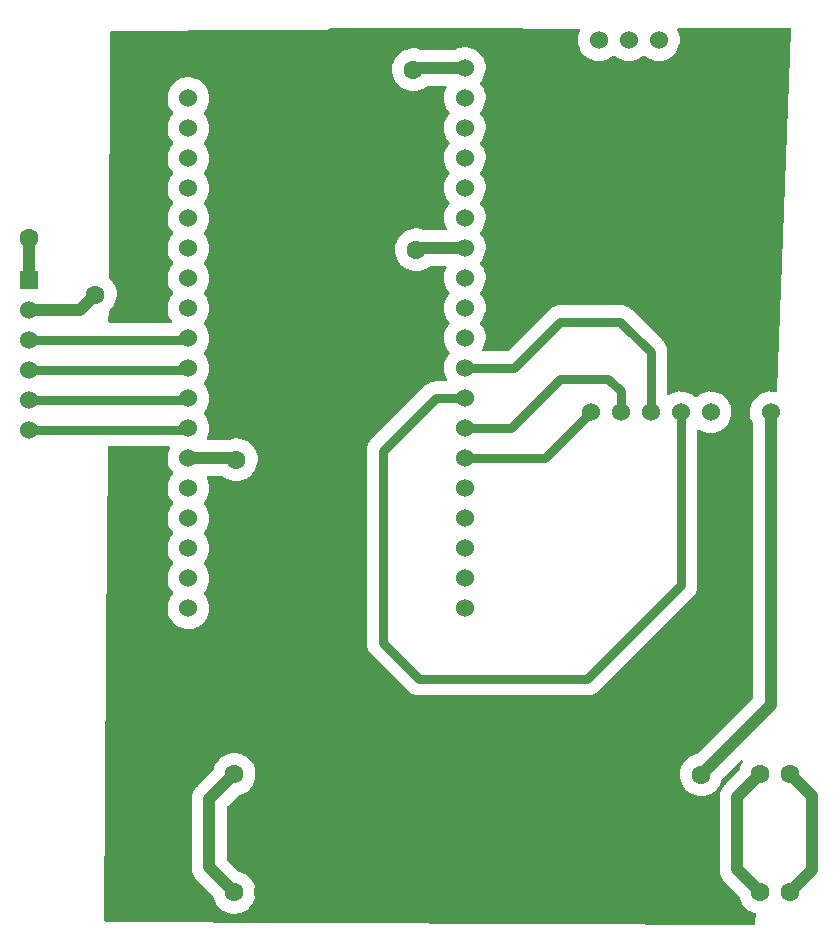
<source format=gbr>
%TF.GenerationSoftware,KiCad,Pcbnew,(6.0.8)*%
%TF.CreationDate,2022-11-01T22:15:49+07:00*%
%TF.ProjectId,esp32,65737033-322e-46b6-9963-61645f706362,rev?*%
%TF.SameCoordinates,Original*%
%TF.FileFunction,Copper,L2,Bot*%
%TF.FilePolarity,Positive*%
%FSLAX46Y46*%
G04 Gerber Fmt 4.6, Leading zero omitted, Abs format (unit mm)*
G04 Created by KiCad (PCBNEW (6.0.8)) date 2022-11-01 22:15:49*
%MOMM*%
%LPD*%
G01*
G04 APERTURE LIST*
%TA.AperFunction,ComponentPad*%
%ADD10C,1.524000*%
%TD*%
%TA.AperFunction,ComponentPad*%
%ADD11C,1.600000*%
%TD*%
%TA.AperFunction,ComponentPad*%
%ADD12R,1.524000X1.524000*%
%TD*%
%TA.AperFunction,ComponentPad*%
%ADD13R,1.530000X1.530000*%
%TD*%
%TA.AperFunction,ComponentPad*%
%ADD14C,1.530000*%
%TD*%
%TA.AperFunction,ViaPad*%
%ADD15C,1.600000*%
%TD*%
%TA.AperFunction,Conductor*%
%ADD16C,1.000000*%
%TD*%
%TA.AperFunction,Conductor*%
%ADD17C,0.800000*%
%TD*%
G04 APERTURE END LIST*
D10*
%TO.P,U4,1,M0*%
%TO.N,Net-(U1-Pad25)*%
X179847000Y-78801000D03*
%TO.P,U4,2,M1*%
%TO.N,Net-(U1-Pad26)*%
X182387000Y-78801000D03*
%TO.P,U4,3,RXD*%
%TO.N,Net-(U1-Pad28)*%
X184927000Y-78801000D03*
%TO.P,U4,4,TXD*%
%TO.N,Net-(U1-Pad27)*%
X187467000Y-78801000D03*
%TO.P,U4,5,AUX*%
%TO.N,unconnected-(U4-Pad5)*%
X190007000Y-78801000D03*
%TO.P,U4,6,VCC*%
%TO.N,+3.3V*%
X192547000Y-78801000D03*
%TO.P,U4,7,GND*%
%TO.N,GND*%
X195087000Y-78801000D03*
%TO.P,U4,8,Fixing_Hole*%
%TO.N,unconnected-(U4-Pad8)*%
X185627000Y-47301000D03*
%TO.P,U4,9,Fixing_Hole*%
%TO.N,unconnected-(U4-Pad9)*%
X183087000Y-47301000D03*
%TO.P,U4,10,Fixing_Hole*%
%TO.N,unconnected-(U4-Pad10)*%
X180547000Y-47301000D03*
%TD*%
D11*
%TO.P,U3,1,3.3v*%
%TO.N,+3.3V*%
X152146000Y-119450000D03*
X152228000Y-109450000D03*
%TO.P,U3,2,gnd*%
%TO.N,GND*%
X194228000Y-109450000D03*
X149688000Y-109450000D03*
X149688000Y-119450000D03*
X194228000Y-119450000D03*
%TO.P,U3,3,5v*%
%TO.N,+5V*%
X196768000Y-109450000D03*
X196768000Y-119450000D03*
%TD*%
D12*
%TO.P,U2,6,gnd*%
%TO.N,GND*%
X132334000Y-67564000D03*
D10*
%TO.P,U2,5,Vcc_5V*%
%TO.N,+5V*%
X132334000Y-70104000D03*
%TO.P,U2,4,in4*%
%TO.N,Net-(U1-Pad10)*%
X132334000Y-72644000D03*
%TO.P,U2,3,in3*%
%TO.N,Net-(U1-Pad11)*%
X132334000Y-75184000D03*
%TO.P,U2,2,in2*%
%TO.N,Net-(U1-Pad12)*%
X132334000Y-77724000D03*
%TO.P,U2,1,in1*%
%TO.N,Net-(U1-Pad13)*%
X132334000Y-80264000D03*
%TD*%
D13*
%TO.P,U1,1,3V3*%
%TO.N,+3.3V*%
X145798500Y-49650000D03*
D14*
%TO.P,U1,2,EN*%
%TO.N,unconnected-(U1-Pad2)*%
X145798500Y-52190000D03*
%TO.P,U1,3,SENSOR_VP*%
%TO.N,unconnected-(U1-Pad3)*%
X145798500Y-54730000D03*
%TO.P,U1,4,SENSOR_VN*%
%TO.N,unconnected-(U1-Pad4)*%
X145798500Y-57270000D03*
%TO.P,U1,5,IO34*%
%TO.N,unconnected-(U1-Pad5)*%
X145798500Y-59810000D03*
%TO.P,U1,6,IO35*%
%TO.N,unconnected-(U1-Pad6)*%
X145798500Y-62350000D03*
%TO.P,U1,7,IO32*%
%TO.N,unconnected-(U1-Pad7)*%
X145798500Y-64890000D03*
%TO.P,U1,8,IO33*%
%TO.N,unconnected-(U1-Pad8)*%
X145798500Y-67430000D03*
%TO.P,U1,9,IO25*%
%TO.N,unconnected-(U1-Pad9)*%
X145798500Y-69970000D03*
%TO.P,U1,10,IO26*%
%TO.N,Net-(U1-Pad10)*%
X145798500Y-72510000D03*
%TO.P,U1,11,IO27*%
%TO.N,Net-(U1-Pad11)*%
X145798500Y-75050000D03*
%TO.P,U1,12,IO14*%
%TO.N,Net-(U1-Pad12)*%
X145798500Y-77590000D03*
%TO.P,U1,13,IO12*%
%TO.N,Net-(U1-Pad13)*%
X145798500Y-80130000D03*
%TO.P,U1,14,GND1*%
%TO.N,GND*%
X145798500Y-82670000D03*
%TO.P,U1,15,IO13*%
%TO.N,unconnected-(U1-Pad15)*%
X145798500Y-85210000D03*
%TO.P,U1,16,SD2*%
%TO.N,unconnected-(U1-Pad16)*%
X145798500Y-87750000D03*
%TO.P,U1,17,SD3*%
%TO.N,unconnected-(U1-Pad17)*%
X145798500Y-90290000D03*
%TO.P,U1,18,CMD*%
%TO.N,unconnected-(U1-Pad18)*%
X145798500Y-92830000D03*
%TO.P,U1,19,EXT_5V*%
%TO.N,unconnected-(U1-Pad19)*%
X145798500Y-95370000D03*
%TO.P,U1,20,CLK*%
%TO.N,unconnected-(U1-Pad20)*%
X169198500Y-95370000D03*
%TO.P,U1,21,SD0*%
%TO.N,unconnected-(U1-Pad21)*%
X169198500Y-92830000D03*
%TO.P,U1,22,SD1*%
%TO.N,unconnected-(U1-Pad22)*%
X169198500Y-90290000D03*
%TO.P,U1,23,IO15*%
%TO.N,unconnected-(U1-Pad23)*%
X169198500Y-87750000D03*
%TO.P,U1,24,IO2*%
%TO.N,unconnected-(U1-Pad24)*%
X169198500Y-85210000D03*
%TO.P,U1,25,IO0*%
%TO.N,Net-(U1-Pad25)*%
X169198500Y-82670000D03*
%TO.P,U1,26,IO4*%
%TO.N,Net-(U1-Pad26)*%
X169198500Y-80130000D03*
%TO.P,U1,27,IO16*%
%TO.N,Net-(U1-Pad27)*%
X169198500Y-77590000D03*
%TO.P,U1,28,IO17*%
%TO.N,Net-(U1-Pad28)*%
X169198500Y-75050000D03*
%TO.P,U1,29,IO5*%
%TO.N,unconnected-(U1-Pad29)*%
X169198500Y-72510000D03*
%TO.P,U1,30,IO18*%
%TO.N,unconnected-(U1-Pad30)*%
X169198500Y-69970000D03*
%TO.P,U1,31,IO19*%
%TO.N,unconnected-(U1-Pad31)*%
X169198500Y-67430000D03*
%TO.P,U1,32,GND2*%
%TO.N,GND*%
X169198500Y-64890000D03*
%TO.P,U1,33,IO21*%
%TO.N,unconnected-(U1-Pad33)*%
X169198500Y-62350000D03*
%TO.P,U1,34,RXD0*%
%TO.N,unconnected-(U1-Pad34)*%
X169198500Y-59810000D03*
%TO.P,U1,35,TXD0*%
%TO.N,unconnected-(U1-Pad35)*%
X169198500Y-57270000D03*
%TO.P,U1,36,IO22*%
%TO.N,unconnected-(U1-Pad36)*%
X169198500Y-54730000D03*
%TO.P,U1,37,IO23*%
%TO.N,unconnected-(U1-Pad37)*%
X169198500Y-52190000D03*
%TO.P,U1,38,GND3*%
%TO.N,GND*%
X169198500Y-49650000D03*
%TD*%
D15*
%TO.N,GND*%
X189230000Y-109474000D03*
%TO.N,+3.3V*%
X167894000Y-119380000D03*
%TO.N,GND*%
X164846000Y-49784000D03*
X149860000Y-82804000D03*
X165100000Y-65024000D03*
%TO.N,+5V*%
X137922000Y-68834000D03*
%TO.N,GND*%
X132334000Y-64008000D03*
%TD*%
D16*
%TO.N,+3.3V*%
X192547000Y-65293000D02*
X192547000Y-78801000D01*
X173990000Y-46736000D02*
X192547000Y-65293000D01*
X155074000Y-49650000D02*
X157988000Y-46736000D01*
X145798500Y-49650000D02*
X155074000Y-49650000D01*
X157988000Y-46736000D02*
X173990000Y-46736000D01*
%TO.N,GND*%
X195087000Y-103617000D02*
X189230000Y-109474000D01*
X195087000Y-78801000D02*
X195087000Y-103617000D01*
%TO.N,+3.3V*%
X192547000Y-94727000D02*
X167894000Y-119380000D01*
X192547000Y-78801000D02*
X192547000Y-94727000D01*
%TO.N,+5V*%
X136652000Y-70104000D02*
X137922000Y-68834000D01*
X132334000Y-70104000D02*
X136652000Y-70104000D01*
%TO.N,GND*%
X164980000Y-49650000D02*
X164846000Y-49784000D01*
X169198500Y-49650000D02*
X164980000Y-49650000D01*
X165234000Y-64890000D02*
X165100000Y-65024000D01*
X169198500Y-64890000D02*
X165234000Y-64890000D01*
X149726000Y-82670000D02*
X149860000Y-82804000D01*
X145798500Y-82670000D02*
X149726000Y-82670000D01*
X132334000Y-67564000D02*
X132334000Y-64008000D01*
X147574000Y-117336000D02*
X149688000Y-119450000D01*
X149688000Y-109450000D02*
X147574000Y-111564000D01*
X147574000Y-111564000D02*
X147574000Y-117336000D01*
%TO.N,+5V*%
X198628000Y-117590000D02*
X196768000Y-119450000D01*
X196768000Y-109450000D02*
X198628000Y-111310000D01*
X198628000Y-111310000D02*
X198628000Y-117590000D01*
%TO.N,GND*%
X192278000Y-117500000D02*
X194228000Y-119450000D01*
X194228000Y-109450000D02*
X192278000Y-111400000D01*
X192278000Y-111400000D02*
X192278000Y-117500000D01*
%TO.N,+3.3V*%
X153092000Y-119450000D02*
X152146000Y-119450000D01*
X154686000Y-117856000D02*
X153092000Y-119450000D01*
X154686000Y-111908000D02*
X154686000Y-117856000D01*
X152228000Y-109450000D02*
X154686000Y-111908000D01*
D17*
%TO.N,Net-(U1-Pad27)*%
X187467000Y-93457000D02*
X187467000Y-78801000D01*
X162306000Y-98298000D02*
X165354000Y-101346000D01*
X165354000Y-101346000D02*
X179578000Y-101346000D01*
X162306000Y-82042000D02*
X162306000Y-98298000D01*
X166758000Y-77590000D02*
X162306000Y-82042000D01*
X179578000Y-101346000D02*
X187467000Y-93457000D01*
X169198500Y-77590000D02*
X166758000Y-77590000D01*
%TO.N,Net-(U1-Pad28)*%
X184927000Y-73675000D02*
X184927000Y-78801000D01*
X182372000Y-71120000D02*
X184927000Y-73675000D01*
X177292000Y-71120000D02*
X182372000Y-71120000D01*
X173362000Y-75050000D02*
X177292000Y-71120000D01*
X169198500Y-75050000D02*
X173362000Y-75050000D01*
%TO.N,Net-(U1-Pad26)*%
X181356000Y-75946000D02*
X182387000Y-76977000D01*
X182387000Y-76977000D02*
X182387000Y-78801000D01*
X173108000Y-80130000D02*
X177292000Y-75946000D01*
X177292000Y-75946000D02*
X181356000Y-75946000D01*
X169198500Y-80130000D02*
X173108000Y-80130000D01*
%TO.N,Net-(U1-Pad25)*%
X175978000Y-82670000D02*
X179847000Y-78801000D01*
X169198500Y-82670000D02*
X175978000Y-82670000D01*
%TO.N,Net-(U1-Pad13)*%
X145664500Y-80264000D02*
X145798500Y-80130000D01*
X132334000Y-80264000D02*
X145664500Y-80264000D01*
%TO.N,Net-(U1-Pad12)*%
X145664500Y-77724000D02*
X145798500Y-77590000D01*
X132334000Y-77724000D02*
X145664500Y-77724000D01*
%TO.N,Net-(U1-Pad11)*%
X132334000Y-75184000D02*
X145664500Y-75184000D01*
X145664500Y-75184000D02*
X145798500Y-75050000D01*
%TO.N,Net-(U1-Pad10)*%
X145664500Y-72644000D02*
X145798500Y-72510000D01*
X132334000Y-72644000D02*
X145664500Y-72644000D01*
%TD*%
%TA.AperFunction,Conductor*%
%TO.N,+3.3V*%
G36*
X196786471Y-46248282D02*
G01*
X196833200Y-46301732D01*
X196844717Y-46359632D01*
X195616675Y-76958348D01*
X195593957Y-77025612D01*
X195538480Y-77069915D01*
X195470522Y-77077657D01*
X195245654Y-77041035D01*
X195245655Y-77041035D01*
X195241043Y-77040284D01*
X195113858Y-77038619D01*
X194983777Y-77036916D01*
X194983774Y-77036916D01*
X194979100Y-77036855D01*
X194719528Y-77072181D01*
X194715042Y-77073489D01*
X194715040Y-77073489D01*
X194684492Y-77082393D01*
X194468029Y-77145486D01*
X194230127Y-77255160D01*
X194195107Y-77278120D01*
X194014962Y-77396228D01*
X194014957Y-77396232D01*
X194011049Y-77398794D01*
X193815609Y-77573232D01*
X193648098Y-77774641D01*
X193512198Y-77998598D01*
X193510389Y-78002912D01*
X193510388Y-78002914D01*
X193492971Y-78044450D01*
X193410893Y-78240182D01*
X193409742Y-78244714D01*
X193409741Y-78244717D01*
X193360472Y-78438716D01*
X193346409Y-78494087D01*
X193320164Y-78754734D01*
X193332732Y-79016397D01*
X193383839Y-79273328D01*
X193385418Y-79277726D01*
X193385420Y-79277733D01*
X193431294Y-79405501D01*
X193472361Y-79519883D01*
X193474578Y-79524009D01*
X193571492Y-79704374D01*
X193586500Y-79764012D01*
X193586500Y-102943283D01*
X193566498Y-103011404D01*
X193549595Y-103032378D01*
X188904907Y-107677066D01*
X188851070Y-107708937D01*
X188722319Y-107746464D01*
X188597683Y-107782792D01*
X188354652Y-107894831D01*
X188350743Y-107897394D01*
X188134764Y-108038996D01*
X188134759Y-108039000D01*
X188130851Y-108041562D01*
X188121370Y-108050024D01*
X187958087Y-108195760D01*
X187931197Y-108219760D01*
X187760075Y-108425512D01*
X187757652Y-108429505D01*
X187633193Y-108634607D01*
X187621244Y-108654298D01*
X187517755Y-108901091D01*
X187516604Y-108905623D01*
X187516603Y-108905626D01*
X187453033Y-109155933D01*
X187451881Y-109160470D01*
X187425070Y-109426736D01*
X187437909Y-109694041D01*
X187490118Y-109956512D01*
X187580549Y-110208383D01*
X187582765Y-110212507D01*
X187703971Y-110438083D01*
X187707215Y-110444121D01*
X187710010Y-110447864D01*
X187710012Y-110447867D01*
X187794199Y-110560607D01*
X187867335Y-110658547D01*
X187870642Y-110661825D01*
X187870647Y-110661831D01*
X188035240Y-110824993D01*
X188057390Y-110846950D01*
X188061156Y-110849712D01*
X188061158Y-110849713D01*
X188218147Y-110964822D01*
X188273205Y-111005192D01*
X188277340Y-111007368D01*
X188277344Y-111007370D01*
X188406918Y-111075542D01*
X188510039Y-111129797D01*
X188514458Y-111131340D01*
X188758273Y-111216484D01*
X188758279Y-111216486D01*
X188762690Y-111218026D01*
X189025606Y-111267943D01*
X189152616Y-111272933D01*
X189288345Y-111278266D01*
X189288350Y-111278266D01*
X189293013Y-111278449D01*
X189388943Y-111267943D01*
X189554382Y-111249825D01*
X189554387Y-111249824D01*
X189559035Y-111249315D01*
X189674191Y-111218997D01*
X189813309Y-111182370D01*
X189817829Y-111181180D01*
X189993289Y-111105797D01*
X190059407Y-111077391D01*
X190059410Y-111077389D01*
X190063710Y-111075542D01*
X190067690Y-111073079D01*
X190067694Y-111073077D01*
X190287302Y-110937179D01*
X190287306Y-110937176D01*
X190291275Y-110934720D01*
X190385578Y-110854887D01*
X190491960Y-110764828D01*
X190491961Y-110764827D01*
X190495526Y-110761809D01*
X190586085Y-110658547D01*
X190668894Y-110564122D01*
X190668898Y-110564117D01*
X190671976Y-110560607D01*
X190674541Y-110556619D01*
X190814219Y-110339465D01*
X190814222Y-110339460D01*
X190816747Y-110335534D01*
X190926661Y-110091534D01*
X190993223Y-109855524D01*
X191025397Y-109800631D01*
X192533920Y-108292108D01*
X192596232Y-108258082D01*
X192667047Y-108263147D01*
X192723883Y-108305694D01*
X192748694Y-108372214D01*
X192730734Y-108446568D01*
X192619244Y-108630298D01*
X192515755Y-108877091D01*
X192514604Y-108881623D01*
X192514603Y-108881626D01*
X192468751Y-109062170D01*
X192435723Y-109120250D01*
X191298826Y-110257147D01*
X191285384Y-110268812D01*
X191282507Y-110270972D01*
X191282504Y-110270974D01*
X191278364Y-110274083D01*
X191274788Y-110277825D01*
X191274787Y-110277826D01*
X191203412Y-110352516D01*
X191201413Y-110354560D01*
X191172754Y-110383219D01*
X191171094Y-110385177D01*
X191171087Y-110385184D01*
X191164782Y-110392619D01*
X191159781Y-110398173D01*
X191115873Y-110444121D01*
X191107896Y-110452468D01*
X191104982Y-110456740D01*
X191086410Y-110483965D01*
X191078420Y-110494454D01*
X191053761Y-110523531D01*
X191040678Y-110545391D01*
X191015193Y-110587973D01*
X191011165Y-110594270D01*
X190968851Y-110656300D01*
X190966675Y-110660987D01*
X190966672Y-110660993D01*
X190952796Y-110690887D01*
X190946630Y-110702532D01*
X190927049Y-110735250D01*
X190925156Y-110740057D01*
X190925154Y-110740060D01*
X190899526Y-110805122D01*
X190896581Y-110811993D01*
X190864965Y-110880104D01*
X190863583Y-110885089D01*
X190863581Y-110885093D01*
X190854776Y-110916843D01*
X190850596Y-110929338D01*
X190836619Y-110964822D01*
X190835534Y-110969883D01*
X190820881Y-111038229D01*
X190819099Y-111045487D01*
X190807530Y-111087207D01*
X190799026Y-111117871D01*
X190797587Y-111131340D01*
X190794975Y-111155778D01*
X190792888Y-111168802D01*
X190785981Y-111201018D01*
X190785979Y-111201033D01*
X190784897Y-111206080D01*
X190781558Y-111276895D01*
X190781360Y-111281093D01*
X190780786Y-111288548D01*
X190777500Y-111319292D01*
X190777500Y-111359968D01*
X190777360Y-111365902D01*
X190773274Y-111452547D01*
X190773878Y-111457685D01*
X190776639Y-111481191D01*
X190777500Y-111495892D01*
X190777500Y-117384268D01*
X190776243Y-117402021D01*
X190775007Y-117410706D01*
X190775124Y-117415868D01*
X190775124Y-117415871D01*
X190777468Y-117519150D01*
X190777500Y-117522009D01*
X190777500Y-117562554D01*
X190777710Y-117565109D01*
X190777711Y-117565133D01*
X190778509Y-117574839D01*
X190778901Y-117582298D01*
X190780605Y-117657382D01*
X190781563Y-117662454D01*
X190781564Y-117662460D01*
X190787684Y-117694847D01*
X190789451Y-117707916D01*
X190791329Y-117730753D01*
X190792575Y-117745911D01*
X190799036Y-117771633D01*
X190810869Y-117818746D01*
X190812474Y-117826045D01*
X190826417Y-117899833D01*
X190828192Y-117904684D01*
X190828193Y-117904687D01*
X190839518Y-117935633D01*
X190843395Y-117948236D01*
X190852684Y-117985217D01*
X190854744Y-117989954D01*
X190882629Y-118054087D01*
X190885404Y-118061025D01*
X190911211Y-118131545D01*
X190913762Y-118136053D01*
X190929983Y-118164724D01*
X190935869Y-118176528D01*
X190951072Y-118211493D01*
X190953876Y-118215828D01*
X190953878Y-118215831D01*
X190961097Y-118226989D01*
X190991862Y-118274545D01*
X190995727Y-118280927D01*
X191030164Y-118341795D01*
X191030169Y-118341803D01*
X191032712Y-118346297D01*
X191035957Y-118350319D01*
X191035962Y-118350326D01*
X191056659Y-118375977D01*
X191064386Y-118386651D01*
X191085095Y-118418661D01*
X191135635Y-118474203D01*
X191140492Y-118479871D01*
X191157803Y-118501326D01*
X191157810Y-118501334D01*
X191159917Y-118503945D01*
X191188675Y-118532703D01*
X191192774Y-118536999D01*
X191251154Y-118601158D01*
X191255205Y-118604357D01*
X191255209Y-118604361D01*
X191273793Y-118619037D01*
X191284796Y-118628824D01*
X192436169Y-119780197D01*
X192470653Y-119844710D01*
X192488118Y-119932512D01*
X192578549Y-120184383D01*
X192580765Y-120188507D01*
X192648982Y-120315465D01*
X192705215Y-120420121D01*
X192708010Y-120423864D01*
X192708012Y-120423867D01*
X192792199Y-120536607D01*
X192865335Y-120634547D01*
X192868642Y-120637825D01*
X192868647Y-120637831D01*
X193052074Y-120819663D01*
X193055390Y-120822950D01*
X193271205Y-120981192D01*
X193275340Y-120983368D01*
X193275344Y-120983370D01*
X193404918Y-121051542D01*
X193508039Y-121105797D01*
X193512458Y-121107340D01*
X193752115Y-121191032D01*
X193809833Y-121232374D01*
X193836036Y-121298358D01*
X193836473Y-121315040D01*
X193806876Y-122052494D01*
X193784158Y-122119758D01*
X193728681Y-122164061D01*
X193680398Y-122173440D01*
X138810266Y-121920582D01*
X138742239Y-121900266D01*
X138695993Y-121846397D01*
X138684850Y-121793735D01*
X138688675Y-121225825D01*
X138753384Y-111616547D01*
X146069274Y-111616547D01*
X146069878Y-111621685D01*
X146072639Y-111645191D01*
X146073500Y-111659892D01*
X146073500Y-117220268D01*
X146072243Y-117238021D01*
X146071007Y-117246706D01*
X146071124Y-117251868D01*
X146071124Y-117251871D01*
X146073468Y-117355150D01*
X146073500Y-117358009D01*
X146073500Y-117398554D01*
X146073710Y-117401109D01*
X146073711Y-117401133D01*
X146074509Y-117410839D01*
X146074901Y-117418298D01*
X146076605Y-117493382D01*
X146077563Y-117498454D01*
X146077564Y-117498460D01*
X146083684Y-117530847D01*
X146085451Y-117543916D01*
X146087994Y-117574839D01*
X146088575Y-117581911D01*
X146089835Y-117586926D01*
X146106869Y-117654746D01*
X146108474Y-117662045D01*
X146114434Y-117693585D01*
X146122417Y-117735833D01*
X146124192Y-117740684D01*
X146124193Y-117740687D01*
X146135518Y-117771633D01*
X146139395Y-117784236D01*
X146148684Y-117821217D01*
X146163924Y-117856267D01*
X146178629Y-117890087D01*
X146181404Y-117897025D01*
X146207211Y-117967545D01*
X146219890Y-117989954D01*
X146225983Y-118000724D01*
X146231869Y-118012528D01*
X146247072Y-118047493D01*
X146249876Y-118051828D01*
X146249878Y-118051831D01*
X146253554Y-118057513D01*
X146287862Y-118110545D01*
X146291727Y-118116927D01*
X146326164Y-118177795D01*
X146326169Y-118177803D01*
X146328712Y-118182297D01*
X146331957Y-118186319D01*
X146331962Y-118186326D01*
X146352659Y-118211977D01*
X146360386Y-118222651D01*
X146381095Y-118254661D01*
X146431635Y-118310203D01*
X146436492Y-118315871D01*
X146453803Y-118337326D01*
X146453810Y-118337334D01*
X146455917Y-118339945D01*
X146484675Y-118368703D01*
X146488774Y-118372999D01*
X146547154Y-118437158D01*
X146551205Y-118440357D01*
X146551209Y-118440361D01*
X146569793Y-118455037D01*
X146580796Y-118464824D01*
X147896169Y-119780197D01*
X147930653Y-119844710D01*
X147948118Y-119932512D01*
X148038549Y-120184383D01*
X148040765Y-120188507D01*
X148108982Y-120315465D01*
X148165215Y-120420121D01*
X148168010Y-120423864D01*
X148168012Y-120423867D01*
X148252199Y-120536607D01*
X148325335Y-120634547D01*
X148328642Y-120637825D01*
X148328647Y-120637831D01*
X148512074Y-120819663D01*
X148515390Y-120822950D01*
X148731205Y-120981192D01*
X148735340Y-120983368D01*
X148735344Y-120983370D01*
X148864918Y-121051542D01*
X148968039Y-121105797D01*
X148972458Y-121107340D01*
X149216273Y-121192484D01*
X149216279Y-121192486D01*
X149220690Y-121194026D01*
X149483606Y-121243943D01*
X149610616Y-121248933D01*
X149746345Y-121254266D01*
X149746350Y-121254266D01*
X149751013Y-121254449D01*
X149846943Y-121243943D01*
X150012382Y-121225825D01*
X150012387Y-121225824D01*
X150017035Y-121225315D01*
X150132567Y-121194898D01*
X150271309Y-121158370D01*
X150275829Y-121157180D01*
X150400501Y-121103617D01*
X150517407Y-121053391D01*
X150517410Y-121053389D01*
X150521710Y-121051542D01*
X150525690Y-121049079D01*
X150525694Y-121049077D01*
X150745302Y-120913179D01*
X150745306Y-120913176D01*
X150749275Y-120910720D01*
X150763010Y-120899092D01*
X150949960Y-120740828D01*
X150949961Y-120740827D01*
X150953526Y-120737809D01*
X151047365Y-120630807D01*
X151126894Y-120540122D01*
X151126898Y-120540117D01*
X151129976Y-120536607D01*
X151132506Y-120532674D01*
X151272219Y-120315465D01*
X151272222Y-120315460D01*
X151274747Y-120311534D01*
X151384661Y-120067534D01*
X151422741Y-119932512D01*
X151456032Y-119814473D01*
X151456033Y-119814470D01*
X151457302Y-119809969D01*
X151491075Y-119544495D01*
X151493549Y-119450000D01*
X151473717Y-119183123D01*
X151414655Y-118922109D01*
X151317662Y-118672691D01*
X151276778Y-118601158D01*
X151268268Y-118586270D01*
X151184868Y-118440350D01*
X151019190Y-118230189D01*
X150824269Y-118046825D01*
X150604385Y-117894286D01*
X150600194Y-117892219D01*
X150368559Y-117777989D01*
X150368556Y-117777988D01*
X150364371Y-117775924D01*
X150286278Y-117750926D01*
X150223257Y-117730753D01*
X150109497Y-117694338D01*
X150104894Y-117693588D01*
X150104880Y-117693585D01*
X150083745Y-117690143D01*
X150014904Y-117654877D01*
X149111405Y-116751378D01*
X149077379Y-116689066D01*
X149074500Y-116662283D01*
X149074500Y-112237718D01*
X149094502Y-112169597D01*
X149111405Y-112148623D01*
X150016948Y-111243080D01*
X150073963Y-111210327D01*
X150271309Y-111158370D01*
X150275829Y-111157180D01*
X150400216Y-111103739D01*
X150517407Y-111053391D01*
X150517410Y-111053389D01*
X150521710Y-111051542D01*
X150525690Y-111049079D01*
X150525694Y-111049077D01*
X150745302Y-110913179D01*
X150745306Y-110913176D01*
X150749275Y-110910720D01*
X150815228Y-110854887D01*
X150949960Y-110740828D01*
X150949961Y-110740827D01*
X150953526Y-110737809D01*
X151028758Y-110652024D01*
X151126894Y-110540122D01*
X151126898Y-110540117D01*
X151129976Y-110536607D01*
X151132506Y-110532674D01*
X151272219Y-110315465D01*
X151272222Y-110315460D01*
X151274747Y-110311534D01*
X151384661Y-110067534D01*
X151444454Y-109855524D01*
X151456032Y-109814473D01*
X151456033Y-109814470D01*
X151457302Y-109809969D01*
X151491075Y-109544495D01*
X151493549Y-109450000D01*
X151473717Y-109183123D01*
X151467565Y-109155933D01*
X151415686Y-108926666D01*
X151414655Y-108922109D01*
X151317662Y-108672691D01*
X151184868Y-108440350D01*
X151019190Y-108230189D01*
X150824269Y-108046825D01*
X150604385Y-107894286D01*
X150600194Y-107892219D01*
X150368559Y-107777989D01*
X150368556Y-107777988D01*
X150364371Y-107775924D01*
X150343144Y-107769129D01*
X150113942Y-107695761D01*
X150113944Y-107695761D01*
X150109497Y-107694338D01*
X149964134Y-107670665D01*
X149849976Y-107652073D01*
X149849975Y-107652073D01*
X149845364Y-107651322D01*
X149711569Y-107649570D01*
X149582451Y-107647880D01*
X149582448Y-107647880D01*
X149577774Y-107647819D01*
X149312605Y-107683907D01*
X149308118Y-107685215D01*
X149308117Y-107685215D01*
X149276817Y-107694338D01*
X149055683Y-107758792D01*
X149051430Y-107760752D01*
X149051429Y-107760753D01*
X149006467Y-107781481D01*
X148812652Y-107870831D01*
X148808743Y-107873394D01*
X148592764Y-108014996D01*
X148592759Y-108015000D01*
X148588851Y-108017562D01*
X148389197Y-108195760D01*
X148218075Y-108401512D01*
X148215652Y-108405505D01*
X148081666Y-108626306D01*
X148081664Y-108626310D01*
X148079244Y-108630298D01*
X147975755Y-108877091D01*
X147974604Y-108881623D01*
X147974603Y-108881626D01*
X147928751Y-109062170D01*
X147895723Y-109120250D01*
X146594826Y-110421147D01*
X146581384Y-110432812D01*
X146578507Y-110434972D01*
X146578504Y-110434974D01*
X146574364Y-110438083D01*
X146570788Y-110441825D01*
X146570787Y-110441826D01*
X146499412Y-110516516D01*
X146497413Y-110518560D01*
X146468754Y-110547219D01*
X146467094Y-110549177D01*
X146467087Y-110549184D01*
X146460782Y-110556619D01*
X146455781Y-110562173D01*
X146403896Y-110616468D01*
X146400982Y-110620740D01*
X146382410Y-110647965D01*
X146374420Y-110658454D01*
X146349761Y-110687531D01*
X146323855Y-110730817D01*
X146311193Y-110751973D01*
X146307165Y-110758270D01*
X146264851Y-110820300D01*
X146262675Y-110824987D01*
X146262672Y-110824993D01*
X146248796Y-110854887D01*
X146242630Y-110866532D01*
X146223049Y-110899250D01*
X146221156Y-110904057D01*
X146221154Y-110904060D01*
X146195526Y-110969122D01*
X146192581Y-110975993D01*
X146160965Y-111044104D01*
X146159583Y-111049089D01*
X146159581Y-111049093D01*
X146150776Y-111080843D01*
X146146596Y-111093338D01*
X146132619Y-111128822D01*
X146131534Y-111133883D01*
X146116881Y-111202229D01*
X146115099Y-111209487D01*
X146098838Y-111268126D01*
X146095026Y-111281871D01*
X146091383Y-111315956D01*
X146090975Y-111319778D01*
X146088888Y-111332802D01*
X146081981Y-111365018D01*
X146081979Y-111365033D01*
X146080897Y-111370080D01*
X146077360Y-111445093D01*
X146076786Y-111452547D01*
X146073500Y-111483292D01*
X146073500Y-111523968D01*
X146073360Y-111529902D01*
X146069274Y-111616547D01*
X138753384Y-111616547D01*
X138842939Y-98317625D01*
X160900573Y-98317625D01*
X160901099Y-98322938D01*
X160911222Y-98425263D01*
X160911381Y-98426990D01*
X160920531Y-98534823D01*
X160921871Y-98539987D01*
X160922631Y-98544433D01*
X160923448Y-98548842D01*
X160923973Y-98554144D01*
X160952624Y-98658517D01*
X160953048Y-98660105D01*
X160980240Y-98764874D01*
X160982431Y-98769737D01*
X160983905Y-98773923D01*
X160985475Y-98778189D01*
X160986888Y-98783338D01*
X161032723Y-98881408D01*
X161033386Y-98882855D01*
X161077857Y-98981576D01*
X161080833Y-98985997D01*
X161083028Y-98989940D01*
X161085265Y-98993829D01*
X161087521Y-98998657D01*
X161090563Y-99003042D01*
X161149154Y-99087500D01*
X161150142Y-99088945D01*
X161210591Y-99178732D01*
X161214268Y-99182586D01*
X161217617Y-99186752D01*
X161217262Y-99187037D01*
X161217688Y-99187561D01*
X161218042Y-99187280D01*
X161220630Y-99190531D01*
X161222995Y-99193940D01*
X161225785Y-99197007D01*
X161225788Y-99197010D01*
X161238761Y-99211268D01*
X161238773Y-99211281D01*
X161239767Y-99212373D01*
X161302009Y-99274615D01*
X161304084Y-99276738D01*
X161374645Y-99350705D01*
X161378930Y-99353893D01*
X161378931Y-99353894D01*
X161380764Y-99355258D01*
X161394646Y-99367252D01*
X164325211Y-102297817D01*
X164331282Y-102304332D01*
X164369965Y-102348910D01*
X164374090Y-102353664D01*
X164378221Y-102357051D01*
X164457740Y-102422253D01*
X164459092Y-102423377D01*
X164483994Y-102444383D01*
X164541785Y-102493134D01*
X164546389Y-102495841D01*
X164550069Y-102498446D01*
X164553751Y-102500977D01*
X164557880Y-102504362D01*
X164651899Y-102557880D01*
X164653358Y-102558725D01*
X164742068Y-102610876D01*
X164742077Y-102610880D01*
X164746676Y-102613584D01*
X164751669Y-102615476D01*
X164755706Y-102617410D01*
X164759798Y-102619301D01*
X164764433Y-102621939D01*
X164866153Y-102658863D01*
X164867695Y-102659435D01*
X164968933Y-102697790D01*
X164974168Y-102698812D01*
X164978410Y-102700021D01*
X164982823Y-102701212D01*
X164987844Y-102703034D01*
X165094319Y-102722288D01*
X165095962Y-102722597D01*
X165178528Y-102738720D01*
X165188241Y-102740617D01*
X165202200Y-102743343D01*
X165207535Y-102743469D01*
X165212839Y-102744045D01*
X165212798Y-102744423D01*
X165213475Y-102744491D01*
X165213517Y-102744119D01*
X165217636Y-102744587D01*
X165221725Y-102745326D01*
X165225869Y-102745521D01*
X165225874Y-102745522D01*
X165245131Y-102746430D01*
X165245138Y-102746430D01*
X165246619Y-102746500D01*
X165334692Y-102746500D01*
X165337661Y-102746535D01*
X165439807Y-102748942D01*
X165445086Y-102748167D01*
X165445089Y-102748167D01*
X165446301Y-102747989D01*
X165447344Y-102747836D01*
X165465639Y-102746500D01*
X179523592Y-102746500D01*
X179532489Y-102746815D01*
X179546910Y-102747836D01*
X179592298Y-102751050D01*
X179592300Y-102751050D01*
X179597625Y-102751427D01*
X179705300Y-102740775D01*
X179706990Y-102740619D01*
X179814823Y-102731469D01*
X179819987Y-102730129D01*
X179824433Y-102729369D01*
X179828842Y-102728552D01*
X179834144Y-102728027D01*
X179938517Y-102699376D01*
X179940105Y-102698952D01*
X179966730Y-102692042D01*
X180039709Y-102673101D01*
X180039714Y-102673099D01*
X180044874Y-102671760D01*
X180049737Y-102669569D01*
X180053923Y-102668095D01*
X180058189Y-102666525D01*
X180063338Y-102665112D01*
X180161408Y-102619277D01*
X180162878Y-102618603D01*
X180165527Y-102617410D01*
X180190029Y-102606373D01*
X180256711Y-102576335D01*
X180256716Y-102576332D01*
X180261576Y-102574143D01*
X180265997Y-102571167D01*
X180269940Y-102568972D01*
X180273829Y-102566735D01*
X180278657Y-102564479D01*
X180367507Y-102502841D01*
X180368952Y-102501853D01*
X180387018Y-102489690D01*
X180458732Y-102441409D01*
X180462586Y-102437732D01*
X180466752Y-102434383D01*
X180467037Y-102434738D01*
X180467561Y-102434312D01*
X180467280Y-102433958D01*
X180470531Y-102431370D01*
X180473940Y-102429005D01*
X180477010Y-102426212D01*
X180491268Y-102413239D01*
X180491281Y-102413227D01*
X180492373Y-102412233D01*
X180554615Y-102349991D01*
X180556738Y-102347916D01*
X180626843Y-102281039D01*
X180630705Y-102277355D01*
X180635258Y-102271236D01*
X180647252Y-102257354D01*
X188418817Y-94485789D01*
X188425332Y-94479718D01*
X188470631Y-94440410D01*
X188470633Y-94440408D01*
X188474664Y-94436910D01*
X188521347Y-94379976D01*
X188543253Y-94353260D01*
X188544377Y-94351908D01*
X188610690Y-94273298D01*
X188610692Y-94273296D01*
X188614134Y-94269215D01*
X188616841Y-94264611D01*
X188619446Y-94260931D01*
X188621977Y-94257249D01*
X188625362Y-94253120D01*
X188678880Y-94159101D01*
X188679725Y-94157642D01*
X188731876Y-94068932D01*
X188731880Y-94068923D01*
X188734584Y-94064324D01*
X188736476Y-94059331D01*
X188738410Y-94055294D01*
X188740301Y-94051202D01*
X188742939Y-94046567D01*
X188779863Y-93944847D01*
X188780435Y-93943305D01*
X188818790Y-93842067D01*
X188819812Y-93836833D01*
X188821031Y-93832555D01*
X188822214Y-93828172D01*
X188824034Y-93823156D01*
X188843279Y-93716728D01*
X188843604Y-93715000D01*
X188863320Y-93614038D01*
X188863320Y-93614037D01*
X188864343Y-93608799D01*
X188864469Y-93603464D01*
X188865045Y-93598160D01*
X188865420Y-93598201D01*
X188865489Y-93597525D01*
X188865119Y-93597483D01*
X188865587Y-93593364D01*
X188866326Y-93589275D01*
X188867500Y-93564381D01*
X188867500Y-93476307D01*
X188867535Y-93473339D01*
X188869816Y-93376529D01*
X188869942Y-93371192D01*
X188868836Y-93363655D01*
X188867500Y-93345360D01*
X188867500Y-80399733D01*
X188887502Y-80331612D01*
X188941158Y-80285119D01*
X189011432Y-80275015D01*
X189062013Y-80295677D01*
X189062664Y-80294635D01*
X189066632Y-80297114D01*
X189070398Y-80299876D01*
X189074529Y-80302050D01*
X189074530Y-80302050D01*
X189298099Y-80419675D01*
X189298105Y-80419677D01*
X189302234Y-80421850D01*
X189306642Y-80423389D01*
X189306648Y-80423392D01*
X189477256Y-80482971D01*
X189549552Y-80508218D01*
X189806920Y-80557081D01*
X189931175Y-80561963D01*
X190064015Y-80567182D01*
X190064020Y-80567182D01*
X190068683Y-80567365D01*
X190170540Y-80556210D01*
X190324438Y-80539356D01*
X190324444Y-80539355D01*
X190329091Y-80538846D01*
X190524234Y-80487469D01*
X190577900Y-80473340D01*
X190577902Y-80473339D01*
X190582423Y-80472149D01*
X190750976Y-80399733D01*
X190818820Y-80370585D01*
X190818822Y-80370584D01*
X190823114Y-80368740D01*
X191045876Y-80230891D01*
X191245816Y-80061629D01*
X191415352Y-79868311D01*
X191415460Y-79868188D01*
X191415464Y-79868183D01*
X191418542Y-79864673D01*
X191442632Y-79827221D01*
X191557730Y-79648281D01*
X191557733Y-79648276D01*
X191560258Y-79644350D01*
X191667852Y-79405501D01*
X191738960Y-79153371D01*
X191755802Y-79020985D01*
X191771622Y-78896631D01*
X191771622Y-78896627D01*
X191772020Y-78893501D01*
X191772832Y-78862512D01*
X191774359Y-78804160D01*
X191774442Y-78801000D01*
X191758433Y-78585568D01*
X191755374Y-78544407D01*
X191755373Y-78544403D01*
X191755028Y-78539755D01*
X191697213Y-78284250D01*
X191695520Y-78279896D01*
X191603960Y-78044450D01*
X191603959Y-78044448D01*
X191602267Y-78040097D01*
X191581015Y-78002914D01*
X191474595Y-77816716D01*
X191474593Y-77816714D01*
X191472276Y-77812659D01*
X191310095Y-77606933D01*
X191119287Y-77427440D01*
X191108790Y-77420158D01*
X190907887Y-77280785D01*
X190907884Y-77280783D01*
X190904045Y-77278120D01*
X190899855Y-77276054D01*
X190899852Y-77276052D01*
X190673283Y-77164321D01*
X190673280Y-77164320D01*
X190669095Y-77162256D01*
X190622832Y-77147447D01*
X190568752Y-77130136D01*
X190419601Y-77082393D01*
X190414994Y-77081643D01*
X190414991Y-77081642D01*
X190165654Y-77041035D01*
X190165655Y-77041035D01*
X190161043Y-77040284D01*
X190033858Y-77038619D01*
X189903777Y-77036916D01*
X189903774Y-77036916D01*
X189899100Y-77036855D01*
X189639528Y-77072181D01*
X189635042Y-77073489D01*
X189635040Y-77073489D01*
X189604492Y-77082393D01*
X189388029Y-77145486D01*
X189150127Y-77255160D01*
X189115107Y-77278120D01*
X188934962Y-77396228D01*
X188934957Y-77396232D01*
X188931049Y-77398794D01*
X188898954Y-77427440D01*
X188821059Y-77496964D01*
X188756918Y-77527402D01*
X188686504Y-77518331D01*
X188650825Y-77494736D01*
X188582695Y-77430646D01*
X188579287Y-77427440D01*
X188568790Y-77420158D01*
X188367887Y-77280785D01*
X188367884Y-77280783D01*
X188364045Y-77278120D01*
X188359855Y-77276054D01*
X188359852Y-77276052D01*
X188133283Y-77164321D01*
X188133280Y-77164320D01*
X188129095Y-77162256D01*
X188082832Y-77147447D01*
X188028752Y-77130136D01*
X187879601Y-77082393D01*
X187874994Y-77081643D01*
X187874991Y-77081642D01*
X187625654Y-77041035D01*
X187625655Y-77041035D01*
X187621043Y-77040284D01*
X187493858Y-77038619D01*
X187363777Y-77036916D01*
X187363774Y-77036916D01*
X187359100Y-77036855D01*
X187099528Y-77072181D01*
X187095042Y-77073489D01*
X187095040Y-77073489D01*
X187064492Y-77082393D01*
X186848029Y-77145486D01*
X186610127Y-77255160D01*
X186575107Y-77278120D01*
X186522585Y-77312555D01*
X186454649Y-77333178D01*
X186386349Y-77313798D01*
X186339369Y-77260569D01*
X186327500Y-77207183D01*
X186327500Y-73729412D01*
X186327815Y-73720513D01*
X186332050Y-73660703D01*
X186332050Y-73660700D01*
X186332427Y-73655375D01*
X186324559Y-73575842D01*
X186321775Y-73547698D01*
X186321614Y-73545948D01*
X186312920Y-73443492D01*
X186312469Y-73438177D01*
X186311128Y-73433013D01*
X186310372Y-73428588D01*
X186309554Y-73424175D01*
X186309028Y-73418856D01*
X186280385Y-73314515D01*
X186279937Y-73312836D01*
X186254102Y-73213297D01*
X186252760Y-73208126D01*
X186250567Y-73203259D01*
X186249076Y-73199024D01*
X186247524Y-73194806D01*
X186246112Y-73189662D01*
X186200316Y-73091675D01*
X186199584Y-73090080D01*
X186157338Y-72996297D01*
X186155143Y-72991424D01*
X186152157Y-72986989D01*
X186149963Y-72983047D01*
X186147743Y-72979186D01*
X186145480Y-72974344D01*
X186083790Y-72885419D01*
X186082809Y-72883984D01*
X186025389Y-72798694D01*
X186025387Y-72798692D01*
X186022409Y-72794268D01*
X186018729Y-72790410D01*
X186015381Y-72786246D01*
X186015704Y-72785986D01*
X186015282Y-72785468D01*
X186014962Y-72785723D01*
X186012369Y-72782466D01*
X186010006Y-72779060D01*
X186007217Y-72775995D01*
X186007213Y-72775990D01*
X185994242Y-72761736D01*
X185993233Y-72760627D01*
X185930991Y-72698385D01*
X185928916Y-72696262D01*
X185862039Y-72626157D01*
X185858355Y-72622295D01*
X185852236Y-72617742D01*
X185838354Y-72605748D01*
X183400789Y-70168183D01*
X183394718Y-70161668D01*
X183355410Y-70116369D01*
X183355408Y-70116367D01*
X183351910Y-70112336D01*
X183280480Y-70053767D01*
X183268260Y-70043747D01*
X183266908Y-70042623D01*
X183188298Y-69976310D01*
X183188296Y-69976308D01*
X183184215Y-69972866D01*
X183179611Y-69970159D01*
X183175931Y-69967554D01*
X183172249Y-69965023D01*
X183168120Y-69961638D01*
X183074101Y-69908120D01*
X183072642Y-69907275D01*
X182983928Y-69855122D01*
X182983923Y-69855119D01*
X182979324Y-69852416D01*
X182974339Y-69850528D01*
X182970345Y-69848614D01*
X182966199Y-69846698D01*
X182961567Y-69844061D01*
X182956558Y-69842243D01*
X182956552Y-69842240D01*
X182859842Y-69807136D01*
X182858223Y-69806535D01*
X182757067Y-69768211D01*
X182751825Y-69767187D01*
X182747440Y-69765938D01*
X182743171Y-69764786D01*
X182738156Y-69762966D01*
X182631656Y-69743708D01*
X182630071Y-69743411D01*
X182523800Y-69722657D01*
X182518463Y-69722531D01*
X182513161Y-69721955D01*
X182513202Y-69721577D01*
X182512525Y-69721509D01*
X182512483Y-69721881D01*
X182508364Y-69721413D01*
X182504275Y-69720674D01*
X182500131Y-69720479D01*
X182500126Y-69720478D01*
X182480869Y-69719570D01*
X182480862Y-69719570D01*
X182479381Y-69719500D01*
X182391308Y-69719500D01*
X182388340Y-69719465D01*
X182385485Y-69719398D01*
X182286193Y-69717058D01*
X182280914Y-69717833D01*
X182280911Y-69717833D01*
X182279699Y-69718011D01*
X182278656Y-69718164D01*
X182260361Y-69719500D01*
X177346408Y-69719500D01*
X177337511Y-69719185D01*
X177309250Y-69717184D01*
X177277702Y-69714950D01*
X177277700Y-69714950D01*
X177272375Y-69714573D01*
X177164700Y-69725225D01*
X177163010Y-69725381D01*
X177055177Y-69734531D01*
X177050013Y-69735871D01*
X177045567Y-69736631D01*
X177041159Y-69737448D01*
X177035856Y-69737973D01*
X176931509Y-69766617D01*
X176929887Y-69767050D01*
X176918120Y-69770104D01*
X176830299Y-69792897D01*
X176830295Y-69792898D01*
X176825126Y-69794240D01*
X176820255Y-69796434D01*
X176816042Y-69797918D01*
X176811814Y-69799474D01*
X176806661Y-69800888D01*
X176708603Y-69846717D01*
X176707103Y-69847406D01*
X176608424Y-69891857D01*
X176603989Y-69894843D01*
X176600011Y-69897057D01*
X176596176Y-69899262D01*
X176591343Y-69901521D01*
X176508495Y-69958996D01*
X176502452Y-69963188D01*
X176501018Y-69964168D01*
X176411268Y-70024591D01*
X176407410Y-70028272D01*
X176403249Y-70031617D01*
X176403013Y-70031323D01*
X176402491Y-70031749D01*
X176402722Y-70032039D01*
X176399465Y-70034632D01*
X176396059Y-70036995D01*
X176392994Y-70039784D01*
X176392989Y-70039788D01*
X176381484Y-70050258D01*
X176377627Y-70053767D01*
X176315385Y-70116009D01*
X176313262Y-70118084D01*
X176239295Y-70188645D01*
X176236107Y-70192930D01*
X176236106Y-70192931D01*
X176234742Y-70194764D01*
X176222748Y-70208646D01*
X172818799Y-73612595D01*
X172756487Y-73646621D01*
X172729704Y-73649500D01*
X170795697Y-73649500D01*
X170727576Y-73629498D01*
X170681083Y-73575842D01*
X170670979Y-73505568D01*
X170689726Y-73455337D01*
X170713192Y-73418856D01*
X170754403Y-73354786D01*
X170862180Y-73115530D01*
X170933409Y-72862971D01*
X170966525Y-72602658D01*
X170968951Y-72510000D01*
X170965161Y-72459000D01*
X170949850Y-72252963D01*
X170949849Y-72252959D01*
X170949504Y-72248311D01*
X170891591Y-71992370D01*
X170796483Y-71747801D01*
X170666270Y-71519976D01*
X170504530Y-71314810D01*
X170478065Y-71248932D01*
X170491418Y-71179202D01*
X170508748Y-71153728D01*
X170612445Y-71035484D01*
X170754403Y-70814786D01*
X170862180Y-70575530D01*
X170933409Y-70322971D01*
X170950281Y-70190349D01*
X170966127Y-70065789D01*
X170966127Y-70065783D01*
X170966525Y-70062658D01*
X170967346Y-70031323D01*
X170968868Y-69973160D01*
X170968951Y-69970000D01*
X170965507Y-69923655D01*
X170949850Y-69712963D01*
X170949849Y-69712959D01*
X170949504Y-69708311D01*
X170891591Y-69452370D01*
X170796483Y-69207801D01*
X170788578Y-69193969D01*
X170747917Y-69122828D01*
X170666270Y-68979976D01*
X170504530Y-68774810D01*
X170478065Y-68708932D01*
X170491418Y-68639202D01*
X170508748Y-68613728D01*
X170612445Y-68495484D01*
X170622566Y-68479750D01*
X170751875Y-68278716D01*
X170754403Y-68274786D01*
X170862180Y-68035530D01*
X170933409Y-67782971D01*
X170966525Y-67522658D01*
X170968951Y-67430000D01*
X170949504Y-67168311D01*
X170891591Y-66912370D01*
X170858758Y-66827940D01*
X170798176Y-66672154D01*
X170798175Y-66672152D01*
X170796483Y-66667801D01*
X170666270Y-66439976D01*
X170504530Y-66234810D01*
X170478065Y-66168932D01*
X170491418Y-66099202D01*
X170508748Y-66073728D01*
X170612445Y-65955484D01*
X170754403Y-65734786D01*
X170862180Y-65495530D01*
X170933409Y-65242971D01*
X170966525Y-64982658D01*
X170968951Y-64890000D01*
X170955610Y-64710470D01*
X170949850Y-64632963D01*
X170949849Y-64632959D01*
X170949504Y-64628311D01*
X170891591Y-64372370D01*
X170796483Y-64127801D01*
X170666270Y-63899976D01*
X170504530Y-63694810D01*
X170478065Y-63628932D01*
X170491418Y-63559202D01*
X170508748Y-63533728D01*
X170612445Y-63415484D01*
X170634080Y-63381850D01*
X170734278Y-63226073D01*
X170754403Y-63194786D01*
X170862180Y-62955530D01*
X170933409Y-62702971D01*
X170966525Y-62442658D01*
X170968951Y-62350000D01*
X170949504Y-62088311D01*
X170891591Y-61832370D01*
X170796483Y-61587801D01*
X170666270Y-61359976D01*
X170504530Y-61154810D01*
X170478065Y-61088932D01*
X170491418Y-61019202D01*
X170508748Y-60993728D01*
X170612445Y-60875484D01*
X170754403Y-60654786D01*
X170862180Y-60415530D01*
X170933409Y-60162971D01*
X170966525Y-59902658D01*
X170968951Y-59810000D01*
X170949504Y-59548311D01*
X170891591Y-59292370D01*
X170796483Y-59047801D01*
X170666270Y-58819976D01*
X170504530Y-58614810D01*
X170478065Y-58548932D01*
X170491418Y-58479202D01*
X170508748Y-58453728D01*
X170612445Y-58335484D01*
X170754403Y-58114786D01*
X170862180Y-57875530D01*
X170933409Y-57622971D01*
X170966525Y-57362658D01*
X170968951Y-57270000D01*
X170949504Y-57008311D01*
X170891591Y-56752370D01*
X170796483Y-56507801D01*
X170666270Y-56279976D01*
X170504530Y-56074810D01*
X170478065Y-56008932D01*
X170491418Y-55939202D01*
X170508748Y-55913728D01*
X170612445Y-55795484D01*
X170754403Y-55574786D01*
X170862180Y-55335530D01*
X170933409Y-55082971D01*
X170966525Y-54822658D01*
X170968951Y-54730000D01*
X170949504Y-54468311D01*
X170891591Y-54212370D01*
X170796483Y-53967801D01*
X170666270Y-53739976D01*
X170504530Y-53534810D01*
X170478065Y-53468932D01*
X170491418Y-53399202D01*
X170508748Y-53373728D01*
X170612445Y-53255484D01*
X170754403Y-53034786D01*
X170862180Y-52795530D01*
X170933409Y-52542971D01*
X170966525Y-52282658D01*
X170968951Y-52190000D01*
X170949504Y-51928311D01*
X170891591Y-51672370D01*
X170858758Y-51587940D01*
X170798176Y-51432154D01*
X170798175Y-51432152D01*
X170796483Y-51427801D01*
X170666270Y-51199976D01*
X170504530Y-50994810D01*
X170478065Y-50928932D01*
X170491418Y-50859202D01*
X170508748Y-50833728D01*
X170525960Y-50814101D01*
X170612445Y-50715484D01*
X170661274Y-50639572D01*
X170751875Y-50498716D01*
X170754403Y-50494786D01*
X170862180Y-50255530D01*
X170933409Y-50002971D01*
X170966525Y-49742658D01*
X170968951Y-49650000D01*
X170955610Y-49470470D01*
X170949850Y-49392963D01*
X170949849Y-49392959D01*
X170949504Y-49388311D01*
X170891591Y-49132370D01*
X170855420Y-49039356D01*
X170798176Y-48892154D01*
X170798175Y-48892152D01*
X170796483Y-48887801D01*
X170666270Y-48659976D01*
X170503813Y-48453901D01*
X170312681Y-48274101D01*
X170097072Y-48124528D01*
X169904905Y-48029761D01*
X169865909Y-48010530D01*
X169865905Y-48010529D01*
X169861723Y-48008466D01*
X169611804Y-47928467D01*
X169607197Y-47927717D01*
X169607194Y-47927716D01*
X169357416Y-47887037D01*
X169357417Y-47887037D01*
X169352805Y-47886286D01*
X169221611Y-47884568D01*
X169095093Y-47882912D01*
X169095090Y-47882912D01*
X169090417Y-47882851D01*
X168938909Y-47903471D01*
X168835037Y-47917607D01*
X168835033Y-47917608D01*
X168830403Y-47918238D01*
X168578475Y-47991668D01*
X168340168Y-48101529D01*
X168298463Y-48128872D01*
X168229378Y-48149500D01*
X165632002Y-48149500D01*
X165576274Y-48136506D01*
X165526559Y-48111989D01*
X165526556Y-48111988D01*
X165522371Y-48109924D01*
X165490032Y-48099572D01*
X165271942Y-48029761D01*
X165271944Y-48029761D01*
X165267497Y-48028338D01*
X165034281Y-47990357D01*
X165007976Y-47986073D01*
X165007975Y-47986073D01*
X165003364Y-47985322D01*
X164869569Y-47983571D01*
X164740451Y-47981880D01*
X164740448Y-47981880D01*
X164735774Y-47981819D01*
X164470605Y-48017907D01*
X164466118Y-48019215D01*
X164466117Y-48019215D01*
X164434817Y-48028338D01*
X164213683Y-48092792D01*
X164209430Y-48094752D01*
X164209429Y-48094753D01*
X164157512Y-48118687D01*
X163970652Y-48204831D01*
X163966743Y-48207394D01*
X163750764Y-48348996D01*
X163750759Y-48349000D01*
X163746851Y-48351562D01*
X163547197Y-48529760D01*
X163376075Y-48735512D01*
X163373652Y-48739505D01*
X163283664Y-48887801D01*
X163237244Y-48964298D01*
X163235437Y-48968606D01*
X163235437Y-48968607D01*
X163164855Y-49136927D01*
X163133755Y-49211091D01*
X163067881Y-49470470D01*
X163041070Y-49736736D01*
X163041294Y-49741403D01*
X163041294Y-49741408D01*
X163048330Y-49887886D01*
X163053909Y-50004041D01*
X163106118Y-50266512D01*
X163196549Y-50518383D01*
X163198765Y-50522507D01*
X163302455Y-50715484D01*
X163323215Y-50754121D01*
X163326010Y-50757864D01*
X163326012Y-50757867D01*
X163401683Y-50859202D01*
X163483335Y-50968547D01*
X163486642Y-50971825D01*
X163486647Y-50971831D01*
X163505683Y-50990701D01*
X163673390Y-51156950D01*
X163677156Y-51159712D01*
X163677158Y-51159713D01*
X163765050Y-51224158D01*
X163889205Y-51315192D01*
X163893340Y-51317368D01*
X163893344Y-51317370D01*
X164022918Y-51385542D01*
X164126039Y-51439797D01*
X164130458Y-51441340D01*
X164374273Y-51526484D01*
X164374279Y-51526486D01*
X164378690Y-51528026D01*
X164641606Y-51577943D01*
X164768616Y-51582933D01*
X164904345Y-51588266D01*
X164904350Y-51588266D01*
X164909013Y-51588449D01*
X165004943Y-51577943D01*
X165170382Y-51559825D01*
X165170387Y-51559824D01*
X165175035Y-51559315D01*
X165290567Y-51528898D01*
X165429309Y-51492370D01*
X165433829Y-51491180D01*
X165581349Y-51427801D01*
X165675407Y-51387391D01*
X165675410Y-51387389D01*
X165679710Y-51385542D01*
X165683690Y-51383079D01*
X165683694Y-51383077D01*
X165903302Y-51247179D01*
X165903306Y-51247176D01*
X165907275Y-51244720D01*
X165960129Y-51199976D01*
X165983332Y-51180333D01*
X166048248Y-51151584D01*
X166064744Y-51150500D01*
X167540220Y-51150500D01*
X167608341Y-51170502D01*
X167654834Y-51224158D01*
X167664938Y-51294432D01*
X167647939Y-51341864D01*
X167623448Y-51382224D01*
X167623442Y-51382235D01*
X167621017Y-51386232D01*
X167619208Y-51390546D01*
X167619207Y-51390548D01*
X167536220Y-51588449D01*
X167519539Y-51628228D01*
X167454946Y-51882564D01*
X167428656Y-52143655D01*
X167441246Y-52405764D01*
X167492440Y-52663132D01*
X167581113Y-52910107D01*
X167583330Y-52914233D01*
X167645816Y-53030525D01*
X167705317Y-53141263D01*
X167708112Y-53145006D01*
X167708114Y-53145009D01*
X167859532Y-53347782D01*
X167859537Y-53347788D01*
X167862324Y-53351520D01*
X167865639Y-53354806D01*
X167882401Y-53371423D01*
X167916697Y-53433586D01*
X167911940Y-53504423D01*
X167890569Y-53541473D01*
X167757148Y-53701894D01*
X167621017Y-53926232D01*
X167619208Y-53930546D01*
X167619207Y-53930548D01*
X167603586Y-53967801D01*
X167519539Y-54168228D01*
X167454946Y-54422564D01*
X167428656Y-54683655D01*
X167441246Y-54945764D01*
X167492440Y-55203132D01*
X167581113Y-55450107D01*
X167583330Y-55454233D01*
X167645816Y-55570525D01*
X167705317Y-55681263D01*
X167708112Y-55685006D01*
X167708114Y-55685009D01*
X167859532Y-55887782D01*
X167859537Y-55887788D01*
X167862324Y-55891520D01*
X167865639Y-55894806D01*
X167882401Y-55911423D01*
X167916697Y-55973586D01*
X167911940Y-56044423D01*
X167890569Y-56081473D01*
X167757148Y-56241894D01*
X167621017Y-56466232D01*
X167619208Y-56470546D01*
X167619207Y-56470548D01*
X167603586Y-56507801D01*
X167519539Y-56708228D01*
X167454946Y-56962564D01*
X167428656Y-57223655D01*
X167441246Y-57485764D01*
X167492440Y-57743132D01*
X167581113Y-57990107D01*
X167583330Y-57994233D01*
X167645816Y-58110525D01*
X167705317Y-58221263D01*
X167708112Y-58225006D01*
X167708114Y-58225009D01*
X167859532Y-58427782D01*
X167859537Y-58427788D01*
X167862324Y-58431520D01*
X167865639Y-58434806D01*
X167882401Y-58451423D01*
X167916697Y-58513586D01*
X167911940Y-58584423D01*
X167890569Y-58621473D01*
X167757148Y-58781894D01*
X167621017Y-59006232D01*
X167619208Y-59010546D01*
X167619207Y-59010548D01*
X167603586Y-59047801D01*
X167519539Y-59248228D01*
X167454946Y-59502564D01*
X167428656Y-59763655D01*
X167441246Y-60025764D01*
X167492440Y-60283132D01*
X167581113Y-60530107D01*
X167583330Y-60534233D01*
X167645816Y-60650525D01*
X167705317Y-60761263D01*
X167708112Y-60765006D01*
X167708114Y-60765009D01*
X167859532Y-60967782D01*
X167859537Y-60967788D01*
X167862324Y-60971520D01*
X167865639Y-60974806D01*
X167882401Y-60991423D01*
X167916697Y-61053586D01*
X167911940Y-61124423D01*
X167890569Y-61161473D01*
X167757148Y-61321894D01*
X167621017Y-61546232D01*
X167619208Y-61550546D01*
X167619207Y-61550548D01*
X167603586Y-61587801D01*
X167519539Y-61788228D01*
X167454946Y-62042564D01*
X167428656Y-62303655D01*
X167441246Y-62565764D01*
X167492440Y-62823132D01*
X167581113Y-63070107D01*
X167583330Y-63074233D01*
X167652982Y-63203862D01*
X167667605Y-63273336D01*
X167642347Y-63339688D01*
X167585225Y-63381850D01*
X167541990Y-63389500D01*
X165886002Y-63389500D01*
X165830274Y-63376506D01*
X165780559Y-63351989D01*
X165780556Y-63351988D01*
X165776371Y-63349924D01*
X165521497Y-63268338D01*
X165376134Y-63244665D01*
X165261976Y-63226073D01*
X165261975Y-63226073D01*
X165257364Y-63225322D01*
X165123569Y-63223570D01*
X164994451Y-63221880D01*
X164994448Y-63221880D01*
X164989774Y-63221819D01*
X164724605Y-63257907D01*
X164720118Y-63259215D01*
X164720117Y-63259215D01*
X164688817Y-63268338D01*
X164467683Y-63332792D01*
X164463430Y-63334752D01*
X164463429Y-63334753D01*
X164411512Y-63358687D01*
X164224652Y-63444831D01*
X164220743Y-63447394D01*
X164004764Y-63588996D01*
X164004759Y-63589000D01*
X164000851Y-63591562D01*
X163801197Y-63769760D01*
X163630075Y-63975512D01*
X163627652Y-63979505D01*
X163537664Y-64127801D01*
X163491244Y-64204298D01*
X163489437Y-64208606D01*
X163489437Y-64208607D01*
X163418855Y-64376927D01*
X163387755Y-64451091D01*
X163321881Y-64710470D01*
X163295070Y-64976736D01*
X163295294Y-64981403D01*
X163295294Y-64981408D01*
X163301043Y-65101094D01*
X163307909Y-65244041D01*
X163360118Y-65506512D01*
X163450549Y-65758383D01*
X163452765Y-65762507D01*
X163556455Y-65955484D01*
X163577215Y-65994121D01*
X163580010Y-65997864D01*
X163580012Y-65997867D01*
X163655683Y-66099202D01*
X163737335Y-66208547D01*
X163740642Y-66211825D01*
X163740647Y-66211831D01*
X163920883Y-66390500D01*
X163927390Y-66396950D01*
X163931156Y-66399712D01*
X163931158Y-66399713D01*
X164019050Y-66464158D01*
X164143205Y-66555192D01*
X164147340Y-66557368D01*
X164147344Y-66557370D01*
X164276918Y-66625542D01*
X164380039Y-66679797D01*
X164384458Y-66681340D01*
X164628273Y-66766484D01*
X164628279Y-66766486D01*
X164632690Y-66768026D01*
X164895606Y-66817943D01*
X165022616Y-66822933D01*
X165158345Y-66828266D01*
X165158350Y-66828266D01*
X165163013Y-66828449D01*
X165258943Y-66817943D01*
X165424382Y-66799825D01*
X165424387Y-66799824D01*
X165429035Y-66799315D01*
X165544567Y-66768898D01*
X165683309Y-66732370D01*
X165687829Y-66731180D01*
X165835349Y-66667801D01*
X165929407Y-66627391D01*
X165929410Y-66627389D01*
X165933710Y-66625542D01*
X165937690Y-66623079D01*
X165937694Y-66623077D01*
X166157302Y-66487179D01*
X166157306Y-66487176D01*
X166161275Y-66484720D01*
X166214129Y-66439976D01*
X166237332Y-66420333D01*
X166302248Y-66391584D01*
X166318744Y-66390500D01*
X167540220Y-66390500D01*
X167608341Y-66410502D01*
X167654834Y-66464158D01*
X167664938Y-66534432D01*
X167647939Y-66581864D01*
X167623448Y-66622224D01*
X167623442Y-66622235D01*
X167621017Y-66626232D01*
X167619208Y-66630546D01*
X167619207Y-66630548D01*
X167536220Y-66828449D01*
X167519539Y-66868228D01*
X167518388Y-66872760D01*
X167518387Y-66872763D01*
X167468827Y-67067907D01*
X167454946Y-67122564D01*
X167428656Y-67383655D01*
X167428880Y-67388321D01*
X167428880Y-67388327D01*
X167431034Y-67433160D01*
X167441246Y-67645764D01*
X167492440Y-67903132D01*
X167581113Y-68150107D01*
X167583330Y-68154233D01*
X167645816Y-68270525D01*
X167705317Y-68381263D01*
X167708112Y-68385006D01*
X167708114Y-68385009D01*
X167859532Y-68587782D01*
X167859537Y-68587788D01*
X167862324Y-68591520D01*
X167865639Y-68594806D01*
X167882401Y-68611423D01*
X167916697Y-68673586D01*
X167911940Y-68744423D01*
X167890569Y-68781473D01*
X167757148Y-68941894D01*
X167621017Y-69166232D01*
X167619208Y-69170546D01*
X167619207Y-69170548D01*
X167603586Y-69207801D01*
X167519539Y-69408228D01*
X167518388Y-69412760D01*
X167518387Y-69412763D01*
X167508328Y-69452370D01*
X167454946Y-69662564D01*
X167428656Y-69923655D01*
X167428880Y-69928321D01*
X167428880Y-69928327D01*
X167433842Y-70031617D01*
X167441246Y-70185764D01*
X167492440Y-70443132D01*
X167581113Y-70690107D01*
X167583330Y-70694233D01*
X167645816Y-70810525D01*
X167705317Y-70921263D01*
X167708112Y-70925006D01*
X167708114Y-70925009D01*
X167859532Y-71127782D01*
X167859537Y-71127788D01*
X167862324Y-71131520D01*
X167865639Y-71134806D01*
X167882401Y-71151423D01*
X167916697Y-71213586D01*
X167911940Y-71284423D01*
X167890569Y-71321473D01*
X167757148Y-71481894D01*
X167621017Y-71706232D01*
X167619208Y-71710546D01*
X167619207Y-71710548D01*
X167603586Y-71747801D01*
X167519539Y-71948228D01*
X167454946Y-72202564D01*
X167428656Y-72463655D01*
X167428880Y-72468321D01*
X167428880Y-72468327D01*
X167432347Y-72540502D01*
X167441246Y-72725764D01*
X167492440Y-72983132D01*
X167581113Y-73230107D01*
X167583330Y-73234233D01*
X167692913Y-73438177D01*
X167705317Y-73461263D01*
X167708112Y-73465006D01*
X167708114Y-73465009D01*
X167859532Y-73667782D01*
X167859537Y-73667788D01*
X167862324Y-73671520D01*
X167865639Y-73674806D01*
X167882401Y-73691423D01*
X167916697Y-73753586D01*
X167911940Y-73824423D01*
X167890569Y-73861473D01*
X167757148Y-74021894D01*
X167621017Y-74246232D01*
X167619208Y-74250546D01*
X167619207Y-74250548D01*
X167595411Y-74307296D01*
X167519539Y-74488228D01*
X167518388Y-74492760D01*
X167518387Y-74492763D01*
X167457305Y-74733275D01*
X167454946Y-74742564D01*
X167428656Y-75003655D01*
X167428880Y-75008321D01*
X167428880Y-75008327D01*
X167430731Y-75046851D01*
X167441246Y-75265764D01*
X167492440Y-75523132D01*
X167581113Y-75770107D01*
X167583330Y-75774233D01*
X167705317Y-76001263D01*
X167704027Y-76001956D01*
X167721980Y-76063991D01*
X167701713Y-76132033D01*
X167647876Y-76178317D01*
X167595981Y-76189500D01*
X166812408Y-76189500D01*
X166803511Y-76189185D01*
X166783902Y-76187797D01*
X166743702Y-76184950D01*
X166743700Y-76184950D01*
X166738375Y-76184573D01*
X166692345Y-76189127D01*
X166630698Y-76195225D01*
X166628948Y-76195386D01*
X166526492Y-76204080D01*
X166521177Y-76204531D01*
X166516013Y-76205872D01*
X166511588Y-76206628D01*
X166507175Y-76207446D01*
X166501856Y-76207972D01*
X166397515Y-76236615D01*
X166395858Y-76237057D01*
X166291126Y-76264240D01*
X166286259Y-76266433D01*
X166282024Y-76267924D01*
X166277806Y-76269476D01*
X166272662Y-76270888D01*
X166183039Y-76312775D01*
X166174733Y-76316657D01*
X166173157Y-76317381D01*
X166074424Y-76361857D01*
X166069999Y-76364836D01*
X166066091Y-76367011D01*
X166062176Y-76369262D01*
X166057344Y-76371521D01*
X165968404Y-76433221D01*
X165967071Y-76434132D01*
X165877268Y-76494591D01*
X165873410Y-76498271D01*
X165869246Y-76501619D01*
X165868986Y-76501296D01*
X165868468Y-76501718D01*
X165868723Y-76502038D01*
X165865466Y-76504631D01*
X165862060Y-76506994D01*
X165858995Y-76509783D01*
X165858990Y-76509787D01*
X165847516Y-76520228D01*
X165843627Y-76523767D01*
X165781385Y-76586009D01*
X165779262Y-76588084D01*
X165705295Y-76658645D01*
X165702107Y-76662930D01*
X165702106Y-76662931D01*
X165700742Y-76664764D01*
X165688748Y-76678646D01*
X161354183Y-81013211D01*
X161347668Y-81019282D01*
X161306235Y-81055236D01*
X161298336Y-81062090D01*
X161294949Y-81066221D01*
X161229747Y-81145740D01*
X161228623Y-81147092D01*
X161209721Y-81169500D01*
X161158866Y-81229785D01*
X161156159Y-81234389D01*
X161153554Y-81238069D01*
X161151023Y-81241751D01*
X161147638Y-81245880D01*
X161094120Y-81339899D01*
X161093275Y-81341358D01*
X161041122Y-81430072D01*
X161041119Y-81430077D01*
X161038416Y-81434676D01*
X161036528Y-81439661D01*
X161034614Y-81443655D01*
X161032698Y-81447801D01*
X161030061Y-81452433D01*
X161028243Y-81457442D01*
X161028240Y-81457448D01*
X160993136Y-81554158D01*
X160992535Y-81555777D01*
X160954211Y-81656933D01*
X160953187Y-81662175D01*
X160951938Y-81666560D01*
X160950786Y-81670829D01*
X160948966Y-81675844D01*
X160937699Y-81738158D01*
X160929720Y-81782282D01*
X160929411Y-81783929D01*
X160908657Y-81890200D01*
X160908531Y-81895537D01*
X160907955Y-81900839D01*
X160907577Y-81900798D01*
X160907509Y-81901475D01*
X160907881Y-81901517D01*
X160907413Y-81905636D01*
X160906674Y-81909725D01*
X160905500Y-81934619D01*
X160905500Y-82022692D01*
X160905465Y-82025660D01*
X160903058Y-82127807D01*
X160903833Y-82133086D01*
X160903833Y-82133089D01*
X160904164Y-82135341D01*
X160905500Y-82153639D01*
X160905500Y-98243592D01*
X160905185Y-98252489D01*
X160900573Y-98317625D01*
X138842939Y-98317625D01*
X138954238Y-81789652D01*
X138974698Y-81721667D01*
X139028666Y-81675537D01*
X139080235Y-81664500D01*
X144119589Y-81664500D01*
X144187710Y-81684502D01*
X144234203Y-81738158D01*
X144244307Y-81808432D01*
X144227308Y-81855865D01*
X144221017Y-81866232D01*
X144219208Y-81870546D01*
X144219207Y-81870548D01*
X144153731Y-82026691D01*
X144119539Y-82108228D01*
X144118388Y-82112760D01*
X144118387Y-82112763D01*
X144075745Y-82280666D01*
X144054946Y-82362564D01*
X144028656Y-82623655D01*
X144041246Y-82885764D01*
X144092440Y-83143132D01*
X144181113Y-83390107D01*
X144183330Y-83394233D01*
X144296600Y-83605039D01*
X144305317Y-83621263D01*
X144308112Y-83625006D01*
X144308114Y-83625009D01*
X144459532Y-83827782D01*
X144459537Y-83827788D01*
X144462324Y-83831520D01*
X144465639Y-83834806D01*
X144482401Y-83851423D01*
X144516697Y-83913586D01*
X144511940Y-83984423D01*
X144490569Y-84021473D01*
X144357148Y-84181894D01*
X144221017Y-84406232D01*
X144219208Y-84410546D01*
X144219207Y-84410548D01*
X144136220Y-84608449D01*
X144119539Y-84648228D01*
X144054946Y-84902564D01*
X144028656Y-85163655D01*
X144041246Y-85425764D01*
X144092440Y-85683132D01*
X144181113Y-85930107D01*
X144183330Y-85934233D01*
X144245816Y-86050525D01*
X144305317Y-86161263D01*
X144308112Y-86165006D01*
X144308114Y-86165009D01*
X144459532Y-86367782D01*
X144459537Y-86367788D01*
X144462324Y-86371520D01*
X144465639Y-86374806D01*
X144482401Y-86391423D01*
X144516697Y-86453586D01*
X144511940Y-86524423D01*
X144490569Y-86561473D01*
X144357148Y-86721894D01*
X144221017Y-86946232D01*
X144219208Y-86950546D01*
X144219207Y-86950548D01*
X144203586Y-86987801D01*
X144119539Y-87188228D01*
X144054946Y-87442564D01*
X144028656Y-87703655D01*
X144041246Y-87965764D01*
X144092440Y-88223132D01*
X144181113Y-88470107D01*
X144183330Y-88474233D01*
X144245816Y-88590525D01*
X144305317Y-88701263D01*
X144308112Y-88705006D01*
X144308114Y-88705009D01*
X144459532Y-88907782D01*
X144459537Y-88907788D01*
X144462324Y-88911520D01*
X144465639Y-88914806D01*
X144482401Y-88931423D01*
X144516697Y-88993586D01*
X144511940Y-89064423D01*
X144490569Y-89101473D01*
X144357148Y-89261894D01*
X144221017Y-89486232D01*
X144219208Y-89490546D01*
X144219207Y-89490548D01*
X144203586Y-89527801D01*
X144119539Y-89728228D01*
X144054946Y-89982564D01*
X144028656Y-90243655D01*
X144041246Y-90505764D01*
X144092440Y-90763132D01*
X144181113Y-91010107D01*
X144183330Y-91014233D01*
X144245816Y-91130525D01*
X144305317Y-91241263D01*
X144308112Y-91245006D01*
X144308114Y-91245009D01*
X144459532Y-91447782D01*
X144459537Y-91447788D01*
X144462324Y-91451520D01*
X144465639Y-91454806D01*
X144482401Y-91471423D01*
X144516697Y-91533586D01*
X144511940Y-91604423D01*
X144490569Y-91641473D01*
X144357148Y-91801894D01*
X144221017Y-92026232D01*
X144219208Y-92030546D01*
X144219207Y-92030548D01*
X144203586Y-92067801D01*
X144119539Y-92268228D01*
X144054946Y-92522564D01*
X144028656Y-92783655D01*
X144028880Y-92788321D01*
X144028880Y-92788327D01*
X144033900Y-92892825D01*
X144041246Y-93045764D01*
X144092440Y-93303132D01*
X144181113Y-93550107D01*
X144183330Y-93554233D01*
X144270172Y-93715854D01*
X144305317Y-93781263D01*
X144308112Y-93785006D01*
X144308114Y-93785009D01*
X144459532Y-93987782D01*
X144459537Y-93987788D01*
X144462324Y-93991520D01*
X144465639Y-93994806D01*
X144482401Y-94011423D01*
X144516697Y-94073586D01*
X144511940Y-94144423D01*
X144490569Y-94181473D01*
X144357148Y-94341894D01*
X144221017Y-94566232D01*
X144219208Y-94570546D01*
X144219207Y-94570548D01*
X144203586Y-94607801D01*
X144119539Y-94808228D01*
X144054946Y-95062564D01*
X144028656Y-95323655D01*
X144041246Y-95585764D01*
X144092440Y-95843132D01*
X144181113Y-96090107D01*
X144183330Y-96094233D01*
X144245816Y-96210525D01*
X144305317Y-96321263D01*
X144308112Y-96325006D01*
X144308114Y-96325009D01*
X144459532Y-96527782D01*
X144459537Y-96527788D01*
X144462324Y-96531520D01*
X144648684Y-96716262D01*
X144652446Y-96719020D01*
X144652449Y-96719023D01*
X144856530Y-96868661D01*
X144860304Y-96871428D01*
X144864447Y-96873608D01*
X144864449Y-96873609D01*
X145088384Y-96991427D01*
X145088389Y-96991429D01*
X145092534Y-96993610D01*
X145096957Y-96995155D01*
X145096958Y-96995155D01*
X145335857Y-97078582D01*
X145335863Y-97078584D01*
X145340274Y-97080124D01*
X145344867Y-97080996D01*
X145593490Y-97128199D01*
X145593493Y-97128199D01*
X145598079Y-97129070D01*
X145722692Y-97133966D01*
X145855620Y-97139189D01*
X145855625Y-97139189D01*
X145860288Y-97139372D01*
X145962311Y-97128199D01*
X146116486Y-97111315D01*
X146116492Y-97111314D01*
X146121139Y-97110805D01*
X146125663Y-97109614D01*
X146370379Y-97045185D01*
X146370381Y-97045184D01*
X146374902Y-97043994D01*
X146492174Y-96993610D01*
X146611709Y-96942254D01*
X146611711Y-96942253D01*
X146616003Y-96940409D01*
X146839145Y-96802325D01*
X147039426Y-96632775D01*
X147212445Y-96435484D01*
X147354403Y-96214786D01*
X147462180Y-95975530D01*
X147533409Y-95722971D01*
X147566525Y-95462658D01*
X147568951Y-95370000D01*
X147549504Y-95108311D01*
X147491591Y-94852370D01*
X147396483Y-94607801D01*
X147266270Y-94379976D01*
X147104530Y-94174810D01*
X147078065Y-94108932D01*
X147091418Y-94039202D01*
X147108748Y-94013728D01*
X147212445Y-93895484D01*
X147243599Y-93847051D01*
X147351875Y-93678716D01*
X147354403Y-93674786D01*
X147462180Y-93435530D01*
X147533409Y-93182971D01*
X147566525Y-92922658D01*
X147568951Y-92830000D01*
X147549504Y-92568311D01*
X147491591Y-92312370D01*
X147396483Y-92067801D01*
X147266270Y-91839976D01*
X147104530Y-91634810D01*
X147078065Y-91568932D01*
X147091418Y-91499202D01*
X147108748Y-91473728D01*
X147212445Y-91355484D01*
X147354403Y-91134786D01*
X147462180Y-90895530D01*
X147533409Y-90642971D01*
X147566525Y-90382658D01*
X147568951Y-90290000D01*
X147549504Y-90028311D01*
X147491591Y-89772370D01*
X147396483Y-89527801D01*
X147266270Y-89299976D01*
X147104530Y-89094810D01*
X147078065Y-89028932D01*
X147091418Y-88959202D01*
X147108748Y-88933728D01*
X147212445Y-88815484D01*
X147354403Y-88594786D01*
X147462180Y-88355530D01*
X147533409Y-88102971D01*
X147566525Y-87842658D01*
X147568951Y-87750000D01*
X147549504Y-87488311D01*
X147491591Y-87232370D01*
X147396483Y-86987801D01*
X147266270Y-86759976D01*
X147104530Y-86554810D01*
X147078065Y-86488932D01*
X147091418Y-86419202D01*
X147108748Y-86393728D01*
X147212445Y-86275484D01*
X147354403Y-86054786D01*
X147462180Y-85815530D01*
X147533409Y-85562971D01*
X147566525Y-85302658D01*
X147568951Y-85210000D01*
X147549504Y-84948311D01*
X147491591Y-84692370D01*
X147458758Y-84607940D01*
X147398176Y-84452154D01*
X147398175Y-84452152D01*
X147396483Y-84447801D01*
X147345742Y-84359023D01*
X147329305Y-84289956D01*
X147352818Y-84222966D01*
X147408816Y-84179322D01*
X147455135Y-84170500D01*
X148637349Y-84170500D01*
X148705470Y-84190502D01*
X148711854Y-84194888D01*
X148802977Y-84261702D01*
X148903205Y-84335192D01*
X148907340Y-84337368D01*
X148907344Y-84337370D01*
X149036918Y-84405542D01*
X149140039Y-84459797D01*
X149144458Y-84461340D01*
X149388273Y-84546484D01*
X149388279Y-84546486D01*
X149392690Y-84548026D01*
X149655606Y-84597943D01*
X149782616Y-84602933D01*
X149918345Y-84608266D01*
X149918350Y-84608266D01*
X149923013Y-84608449D01*
X150018943Y-84597943D01*
X150184382Y-84579825D01*
X150184387Y-84579824D01*
X150189035Y-84579315D01*
X150304567Y-84548898D01*
X150443309Y-84512370D01*
X150447829Y-84511180D01*
X150595349Y-84447801D01*
X150689407Y-84407391D01*
X150689410Y-84407389D01*
X150693710Y-84405542D01*
X150697690Y-84403079D01*
X150697694Y-84403077D01*
X150917302Y-84267179D01*
X150917306Y-84267176D01*
X150921275Y-84264720D01*
X151125526Y-84091809D01*
X151185519Y-84023400D01*
X151298894Y-83894122D01*
X151298898Y-83894117D01*
X151301976Y-83890607D01*
X151304506Y-83886674D01*
X151444219Y-83669465D01*
X151444222Y-83669460D01*
X151446747Y-83665534D01*
X151556661Y-83421534D01*
X151629302Y-83163969D01*
X151663075Y-82898495D01*
X151663289Y-82890349D01*
X151665466Y-82807160D01*
X151665549Y-82804000D01*
X151655911Y-82674296D01*
X151646064Y-82541788D01*
X151646063Y-82541784D01*
X151645717Y-82537123D01*
X151586655Y-82276109D01*
X151526908Y-82122470D01*
X151491355Y-82031044D01*
X151491354Y-82031042D01*
X151489662Y-82026691D01*
X151356868Y-81794350D01*
X151191190Y-81584189D01*
X150996269Y-81400825D01*
X150776385Y-81248286D01*
X150772194Y-81246219D01*
X150540559Y-81131989D01*
X150540556Y-81131988D01*
X150536371Y-81129924D01*
X150281497Y-81048338D01*
X150103083Y-81019282D01*
X150021976Y-81006073D01*
X150021975Y-81006073D01*
X150017364Y-81005322D01*
X149883569Y-81003570D01*
X149754451Y-81001880D01*
X149754448Y-81001880D01*
X149749774Y-81001819D01*
X149484605Y-81037907D01*
X149480118Y-81039215D01*
X149480117Y-81039215D01*
X149448817Y-81048338D01*
X149227683Y-81112792D01*
X149223430Y-81114752D01*
X149223429Y-81114753D01*
X149129780Y-81157926D01*
X149077029Y-81169500D01*
X147460020Y-81169500D01*
X147391899Y-81149498D01*
X147345406Y-81095842D01*
X147335302Y-81025568D01*
X147350972Y-80983549D01*
X147349643Y-80982827D01*
X147351874Y-80978718D01*
X147354403Y-80974786D01*
X147462180Y-80735530D01*
X147533409Y-80482971D01*
X147547941Y-80368740D01*
X147566127Y-80225789D01*
X147566127Y-80225783D01*
X147566525Y-80222658D01*
X147568951Y-80130000D01*
X147564928Y-80075861D01*
X147549850Y-79872963D01*
X147549849Y-79872959D01*
X147549504Y-79868311D01*
X147491591Y-79612370D01*
X147396483Y-79367801D01*
X147266270Y-79139976D01*
X147104530Y-78934810D01*
X147078065Y-78868932D01*
X147091418Y-78799202D01*
X147108748Y-78773728D01*
X147165076Y-78709498D01*
X147212445Y-78655484D01*
X147354403Y-78434786D01*
X147462180Y-78195530D01*
X147533409Y-77942971D01*
X147549987Y-77812659D01*
X147566127Y-77685789D01*
X147566127Y-77685783D01*
X147566525Y-77682658D01*
X147568951Y-77590000D01*
X147556672Y-77424771D01*
X147549850Y-77332963D01*
X147549849Y-77332959D01*
X147549504Y-77328311D01*
X147491591Y-77072370D01*
X147489898Y-77068016D01*
X147398176Y-76832154D01*
X147398175Y-76832152D01*
X147396483Y-76827801D01*
X147266270Y-76599976D01*
X147104530Y-76394810D01*
X147078065Y-76328932D01*
X147091418Y-76259202D01*
X147108748Y-76233728D01*
X147212445Y-76115484D01*
X147224806Y-76096268D01*
X147341879Y-75914256D01*
X147354403Y-75894786D01*
X147462180Y-75655530D01*
X147533409Y-75402971D01*
X147566525Y-75142658D01*
X147568951Y-75050000D01*
X147560401Y-74934949D01*
X147549850Y-74792963D01*
X147549849Y-74792959D01*
X147549504Y-74788311D01*
X147491591Y-74532370D01*
X147396483Y-74287801D01*
X147266270Y-74059976D01*
X147104530Y-73854810D01*
X147078065Y-73788932D01*
X147091418Y-73719202D01*
X147108748Y-73693728D01*
X147212445Y-73575484D01*
X147230881Y-73546823D01*
X147351875Y-73358716D01*
X147354403Y-73354786D01*
X147462180Y-73115530D01*
X147533409Y-72862971D01*
X147566525Y-72602658D01*
X147568951Y-72510000D01*
X147565161Y-72459000D01*
X147549850Y-72252963D01*
X147549849Y-72252959D01*
X147549504Y-72248311D01*
X147491591Y-71992370D01*
X147396483Y-71747801D01*
X147266270Y-71519976D01*
X147104530Y-71314810D01*
X147078065Y-71248932D01*
X147091418Y-71179202D01*
X147108748Y-71153728D01*
X147212445Y-71035484D01*
X147354403Y-70814786D01*
X147462180Y-70575530D01*
X147533409Y-70322971D01*
X147550281Y-70190349D01*
X147566127Y-70065789D01*
X147566127Y-70065783D01*
X147566525Y-70062658D01*
X147567346Y-70031323D01*
X147568868Y-69973160D01*
X147568951Y-69970000D01*
X147565507Y-69923655D01*
X147549850Y-69712963D01*
X147549849Y-69712959D01*
X147549504Y-69708311D01*
X147491591Y-69452370D01*
X147396483Y-69207801D01*
X147388578Y-69193969D01*
X147347917Y-69122828D01*
X147266270Y-68979976D01*
X147104530Y-68774810D01*
X147078065Y-68708932D01*
X147091418Y-68639202D01*
X147108748Y-68613728D01*
X147212445Y-68495484D01*
X147222566Y-68479750D01*
X147351875Y-68278716D01*
X147354403Y-68274786D01*
X147462180Y-68035530D01*
X147533409Y-67782971D01*
X147566525Y-67522658D01*
X147568951Y-67430000D01*
X147549504Y-67168311D01*
X147491591Y-66912370D01*
X147458758Y-66827940D01*
X147398176Y-66672154D01*
X147398175Y-66672152D01*
X147396483Y-66667801D01*
X147266270Y-66439976D01*
X147104530Y-66234810D01*
X147078065Y-66168932D01*
X147091418Y-66099202D01*
X147108748Y-66073728D01*
X147212445Y-65955484D01*
X147354403Y-65734786D01*
X147462180Y-65495530D01*
X147533409Y-65242971D01*
X147566525Y-64982658D01*
X147568951Y-64890000D01*
X147555610Y-64710470D01*
X147549850Y-64632963D01*
X147549849Y-64632959D01*
X147549504Y-64628311D01*
X147491591Y-64372370D01*
X147396483Y-64127801D01*
X147266270Y-63899976D01*
X147104530Y-63694810D01*
X147078065Y-63628932D01*
X147091418Y-63559202D01*
X147108748Y-63533728D01*
X147212445Y-63415484D01*
X147234080Y-63381850D01*
X147334278Y-63226073D01*
X147354403Y-63194786D01*
X147462180Y-62955530D01*
X147533409Y-62702971D01*
X147566525Y-62442658D01*
X147568951Y-62350000D01*
X147549504Y-62088311D01*
X147491591Y-61832370D01*
X147396483Y-61587801D01*
X147266270Y-61359976D01*
X147104530Y-61154810D01*
X147078065Y-61088932D01*
X147091418Y-61019202D01*
X147108748Y-60993728D01*
X147212445Y-60875484D01*
X147354403Y-60654786D01*
X147462180Y-60415530D01*
X147533409Y-60162971D01*
X147566525Y-59902658D01*
X147568951Y-59810000D01*
X147549504Y-59548311D01*
X147491591Y-59292370D01*
X147396483Y-59047801D01*
X147266270Y-58819976D01*
X147104530Y-58614810D01*
X147078065Y-58548932D01*
X147091418Y-58479202D01*
X147108748Y-58453728D01*
X147212445Y-58335484D01*
X147354403Y-58114786D01*
X147462180Y-57875530D01*
X147533409Y-57622971D01*
X147566525Y-57362658D01*
X147568951Y-57270000D01*
X147549504Y-57008311D01*
X147491591Y-56752370D01*
X147396483Y-56507801D01*
X147266270Y-56279976D01*
X147104530Y-56074810D01*
X147078065Y-56008932D01*
X147091418Y-55939202D01*
X147108748Y-55913728D01*
X147212445Y-55795484D01*
X147354403Y-55574786D01*
X147462180Y-55335530D01*
X147533409Y-55082971D01*
X147566525Y-54822658D01*
X147568951Y-54730000D01*
X147549504Y-54468311D01*
X147491591Y-54212370D01*
X147396483Y-53967801D01*
X147266270Y-53739976D01*
X147104530Y-53534810D01*
X147078065Y-53468932D01*
X147091418Y-53399202D01*
X147108748Y-53373728D01*
X147212445Y-53255484D01*
X147354403Y-53034786D01*
X147462180Y-52795530D01*
X147533409Y-52542971D01*
X147566525Y-52282658D01*
X147568951Y-52190000D01*
X147549504Y-51928311D01*
X147491591Y-51672370D01*
X147458758Y-51587940D01*
X147398176Y-51432154D01*
X147398175Y-51432152D01*
X147396483Y-51427801D01*
X147266270Y-51199976D01*
X147103813Y-50993901D01*
X146912681Y-50814101D01*
X146697072Y-50664528D01*
X146577016Y-50605323D01*
X146465909Y-50550530D01*
X146465905Y-50550529D01*
X146461723Y-50548466D01*
X146211804Y-50468467D01*
X146207197Y-50467717D01*
X146207194Y-50467716D01*
X145957416Y-50427037D01*
X145957417Y-50427037D01*
X145952805Y-50426286D01*
X145821611Y-50424568D01*
X145695093Y-50422912D01*
X145695090Y-50422912D01*
X145690417Y-50422851D01*
X145538909Y-50443471D01*
X145435037Y-50457607D01*
X145435033Y-50457608D01*
X145430403Y-50458238D01*
X145178475Y-50531668D01*
X144940168Y-50641529D01*
X144936259Y-50644092D01*
X144724631Y-50782841D01*
X144724626Y-50782845D01*
X144720718Y-50785407D01*
X144524944Y-50960141D01*
X144357148Y-51161894D01*
X144221017Y-51386232D01*
X144219208Y-51390546D01*
X144219207Y-51390548D01*
X144136220Y-51588449D01*
X144119539Y-51628228D01*
X144054946Y-51882564D01*
X144028656Y-52143655D01*
X144041246Y-52405764D01*
X144092440Y-52663132D01*
X144181113Y-52910107D01*
X144183330Y-52914233D01*
X144245816Y-53030525D01*
X144305317Y-53141263D01*
X144308112Y-53145006D01*
X144308114Y-53145009D01*
X144459532Y-53347782D01*
X144459537Y-53347788D01*
X144462324Y-53351520D01*
X144465639Y-53354806D01*
X144482401Y-53371423D01*
X144516697Y-53433586D01*
X144511940Y-53504423D01*
X144490569Y-53541473D01*
X144357148Y-53701894D01*
X144221017Y-53926232D01*
X144219208Y-53930546D01*
X144219207Y-53930548D01*
X144203586Y-53967801D01*
X144119539Y-54168228D01*
X144054946Y-54422564D01*
X144028656Y-54683655D01*
X144041246Y-54945764D01*
X144092440Y-55203132D01*
X144181113Y-55450107D01*
X144183330Y-55454233D01*
X144245816Y-55570525D01*
X144305317Y-55681263D01*
X144308112Y-55685006D01*
X144308114Y-55685009D01*
X144459532Y-55887782D01*
X144459537Y-55887788D01*
X144462324Y-55891520D01*
X144465639Y-55894806D01*
X144482401Y-55911423D01*
X144516697Y-55973586D01*
X144511940Y-56044423D01*
X144490569Y-56081473D01*
X144357148Y-56241894D01*
X144221017Y-56466232D01*
X144219208Y-56470546D01*
X144219207Y-56470548D01*
X144203586Y-56507801D01*
X144119539Y-56708228D01*
X144054946Y-56962564D01*
X144028656Y-57223655D01*
X144041246Y-57485764D01*
X144092440Y-57743132D01*
X144181113Y-57990107D01*
X144183330Y-57994233D01*
X144245816Y-58110525D01*
X144305317Y-58221263D01*
X144308112Y-58225006D01*
X144308114Y-58225009D01*
X144459532Y-58427782D01*
X144459537Y-58427788D01*
X144462324Y-58431520D01*
X144465639Y-58434806D01*
X144482401Y-58451423D01*
X144516697Y-58513586D01*
X144511940Y-58584423D01*
X144490569Y-58621473D01*
X144357148Y-58781894D01*
X144221017Y-59006232D01*
X144219208Y-59010546D01*
X144219207Y-59010548D01*
X144203586Y-59047801D01*
X144119539Y-59248228D01*
X144054946Y-59502564D01*
X144028656Y-59763655D01*
X144041246Y-60025764D01*
X144092440Y-60283132D01*
X144181113Y-60530107D01*
X144183330Y-60534233D01*
X144245816Y-60650525D01*
X144305317Y-60761263D01*
X144308112Y-60765006D01*
X144308114Y-60765009D01*
X144459532Y-60967782D01*
X144459537Y-60967788D01*
X144462324Y-60971520D01*
X144465639Y-60974806D01*
X144482401Y-60991423D01*
X144516697Y-61053586D01*
X144511940Y-61124423D01*
X144490569Y-61161473D01*
X144357148Y-61321894D01*
X144221017Y-61546232D01*
X144219208Y-61550546D01*
X144219207Y-61550548D01*
X144203586Y-61587801D01*
X144119539Y-61788228D01*
X144054946Y-62042564D01*
X144028656Y-62303655D01*
X144041246Y-62565764D01*
X144092440Y-62823132D01*
X144181113Y-63070107D01*
X144183330Y-63074233D01*
X144281683Y-63257277D01*
X144305317Y-63301263D01*
X144308112Y-63305006D01*
X144308114Y-63305009D01*
X144459532Y-63507782D01*
X144459537Y-63507788D01*
X144462324Y-63511520D01*
X144465639Y-63514806D01*
X144482401Y-63531423D01*
X144516697Y-63593586D01*
X144511940Y-63664423D01*
X144490569Y-63701473D01*
X144357148Y-63861894D01*
X144221017Y-64086232D01*
X144219208Y-64090546D01*
X144219207Y-64090548D01*
X144169701Y-64208607D01*
X144119539Y-64328228D01*
X144118388Y-64332760D01*
X144118387Y-64332763D01*
X144088336Y-64451091D01*
X144054946Y-64582564D01*
X144028656Y-64843655D01*
X144041246Y-65105764D01*
X144092440Y-65363132D01*
X144181113Y-65610107D01*
X144183330Y-65614233D01*
X144245816Y-65730525D01*
X144305317Y-65841263D01*
X144308112Y-65845006D01*
X144308114Y-65845009D01*
X144459532Y-66047782D01*
X144459537Y-66047788D01*
X144462324Y-66051520D01*
X144465639Y-66054806D01*
X144482401Y-66071423D01*
X144516697Y-66133586D01*
X144511940Y-66204423D01*
X144490569Y-66241473D01*
X144357148Y-66401894D01*
X144221017Y-66626232D01*
X144219208Y-66630546D01*
X144219207Y-66630548D01*
X144136220Y-66828449D01*
X144119539Y-66868228D01*
X144118388Y-66872760D01*
X144118387Y-66872763D01*
X144068827Y-67067907D01*
X144054946Y-67122564D01*
X144028656Y-67383655D01*
X144028880Y-67388321D01*
X144028880Y-67388327D01*
X144031034Y-67433160D01*
X144041246Y-67645764D01*
X144092440Y-67903132D01*
X144181113Y-68150107D01*
X144183330Y-68154233D01*
X144245816Y-68270525D01*
X144305317Y-68381263D01*
X144308112Y-68385006D01*
X144308114Y-68385009D01*
X144459532Y-68587782D01*
X144459537Y-68587788D01*
X144462324Y-68591520D01*
X144465639Y-68594806D01*
X144482401Y-68611423D01*
X144516697Y-68673586D01*
X144511940Y-68744423D01*
X144490569Y-68781473D01*
X144357148Y-68941894D01*
X144221017Y-69166232D01*
X144219208Y-69170546D01*
X144219207Y-69170548D01*
X144203586Y-69207801D01*
X144119539Y-69408228D01*
X144118388Y-69412760D01*
X144118387Y-69412763D01*
X144108328Y-69452370D01*
X144054946Y-69662564D01*
X144028656Y-69923655D01*
X144028880Y-69928321D01*
X144028880Y-69928327D01*
X144033842Y-70031617D01*
X144041246Y-70185764D01*
X144092440Y-70443132D01*
X144181113Y-70690107D01*
X144183330Y-70694233D01*
X144245816Y-70810525D01*
X144305317Y-70921263D01*
X144308112Y-70925006D01*
X144308114Y-70925009D01*
X144395559Y-71042111D01*
X144420291Y-71108660D01*
X144405117Y-71178017D01*
X144354855Y-71228159D01*
X144294601Y-71243500D01*
X139152107Y-71243500D01*
X139083986Y-71223498D01*
X139037493Y-71169842D01*
X139026110Y-71116652D01*
X139026683Y-71031556D01*
X139031532Y-70311440D01*
X139051992Y-70243456D01*
X139076112Y-70216128D01*
X139187526Y-70121809D01*
X139190793Y-70118084D01*
X139360894Y-69924122D01*
X139360898Y-69924117D01*
X139363976Y-69920607D01*
X139371984Y-69908157D01*
X139506219Y-69699465D01*
X139506222Y-69699460D01*
X139508747Y-69695534D01*
X139618661Y-69451534D01*
X139681837Y-69227531D01*
X139690032Y-69198473D01*
X139690033Y-69198470D01*
X139691302Y-69193969D01*
X139697060Y-69148706D01*
X139724677Y-68931625D01*
X139724677Y-68931621D01*
X139725075Y-68928495D01*
X139727549Y-68834000D01*
X139723083Y-68773901D01*
X139708064Y-68571788D01*
X139708063Y-68571784D01*
X139707717Y-68567123D01*
X139648655Y-68306109D01*
X139646962Y-68301755D01*
X139553355Y-68061044D01*
X139553354Y-68061042D01*
X139551662Y-68056691D01*
X139539568Y-68035530D01*
X139502268Y-67970270D01*
X139418868Y-67824350D01*
X139253190Y-67614189D01*
X139091011Y-67461625D01*
X139055099Y-67400382D01*
X139051347Y-67369003D01*
X139191161Y-46606602D01*
X139211621Y-46538617D01*
X139265589Y-46492487D01*
X139316603Y-46481451D01*
X152073804Y-46425252D01*
X178863924Y-46307234D01*
X178932132Y-46326936D01*
X178978861Y-46380386D01*
X178989274Y-46450615D01*
X178976746Y-46490436D01*
X178974626Y-46494597D01*
X178972198Y-46498598D01*
X178970389Y-46502912D01*
X178970388Y-46502914D01*
X178952971Y-46544450D01*
X178870893Y-46740182D01*
X178806409Y-46994087D01*
X178780164Y-47254734D01*
X178792732Y-47516397D01*
X178843839Y-47773328D01*
X178845418Y-47777726D01*
X178845420Y-47777733D01*
X178918921Y-47982450D01*
X178932361Y-48019883D01*
X179056355Y-48250646D01*
X179059150Y-48254389D01*
X179059152Y-48254392D01*
X179210303Y-48456808D01*
X179210308Y-48456814D01*
X179213095Y-48460546D01*
X179216404Y-48463826D01*
X179216409Y-48463832D01*
X179318109Y-48564648D01*
X179399138Y-48644973D01*
X179402900Y-48647731D01*
X179402903Y-48647734D01*
X179606631Y-48797114D01*
X179610398Y-48799876D01*
X179614529Y-48802050D01*
X179614530Y-48802050D01*
X179838099Y-48919675D01*
X179838105Y-48919677D01*
X179842234Y-48921850D01*
X179846642Y-48923389D01*
X179846648Y-48923392D01*
X180085136Y-49006676D01*
X180089552Y-49008218D01*
X180346920Y-49057081D01*
X180471175Y-49061963D01*
X180604015Y-49067182D01*
X180604020Y-49067182D01*
X180608683Y-49067365D01*
X180710540Y-49056210D01*
X180864438Y-49039356D01*
X180864444Y-49039355D01*
X180869091Y-49038846D01*
X180991281Y-49006676D01*
X181117900Y-48973340D01*
X181117902Y-48973339D01*
X181122423Y-48972149D01*
X181126720Y-48970303D01*
X181358820Y-48870585D01*
X181358822Y-48870584D01*
X181363114Y-48868740D01*
X181585876Y-48730891D01*
X181735045Y-48604610D01*
X181799961Y-48575861D01*
X181870114Y-48586773D01*
X181905162Y-48611293D01*
X181935821Y-48641685D01*
X181939138Y-48644973D01*
X181942900Y-48647731D01*
X181942903Y-48647734D01*
X182146631Y-48797114D01*
X182150398Y-48799876D01*
X182154529Y-48802050D01*
X182154530Y-48802050D01*
X182378099Y-48919675D01*
X182378105Y-48919677D01*
X182382234Y-48921850D01*
X182386642Y-48923389D01*
X182386648Y-48923392D01*
X182625136Y-49006676D01*
X182629552Y-49008218D01*
X182886920Y-49057081D01*
X183011175Y-49061963D01*
X183144015Y-49067182D01*
X183144020Y-49067182D01*
X183148683Y-49067365D01*
X183250540Y-49056210D01*
X183404438Y-49039356D01*
X183404444Y-49039355D01*
X183409091Y-49038846D01*
X183531281Y-49006676D01*
X183657900Y-48973340D01*
X183657902Y-48973339D01*
X183662423Y-48972149D01*
X183666720Y-48970303D01*
X183898820Y-48870585D01*
X183898822Y-48870584D01*
X183903114Y-48868740D01*
X184125876Y-48730891D01*
X184275045Y-48604610D01*
X184339961Y-48575861D01*
X184410114Y-48586773D01*
X184445162Y-48611293D01*
X184475821Y-48641685D01*
X184479138Y-48644973D01*
X184482900Y-48647731D01*
X184482903Y-48647734D01*
X184686631Y-48797114D01*
X184690398Y-48799876D01*
X184694529Y-48802050D01*
X184694530Y-48802050D01*
X184918099Y-48919675D01*
X184918105Y-48919677D01*
X184922234Y-48921850D01*
X184926642Y-48923389D01*
X184926648Y-48923392D01*
X185165136Y-49006676D01*
X185169552Y-49008218D01*
X185426920Y-49057081D01*
X185551175Y-49061963D01*
X185684015Y-49067182D01*
X185684020Y-49067182D01*
X185688683Y-49067365D01*
X185790540Y-49056210D01*
X185944438Y-49039356D01*
X185944444Y-49039355D01*
X185949091Y-49038846D01*
X186071281Y-49006676D01*
X186197900Y-48973340D01*
X186197902Y-48973339D01*
X186202423Y-48972149D01*
X186206720Y-48970303D01*
X186438820Y-48870585D01*
X186438822Y-48870584D01*
X186443114Y-48868740D01*
X186665876Y-48730891D01*
X186865816Y-48561629D01*
X186954464Y-48460546D01*
X187035460Y-48368188D01*
X187035464Y-48368183D01*
X187038542Y-48364673D01*
X187041072Y-48360740D01*
X187177730Y-48148281D01*
X187177733Y-48148276D01*
X187180258Y-48144350D01*
X187287852Y-47905501D01*
X187358960Y-47653371D01*
X187375802Y-47520985D01*
X187391622Y-47396631D01*
X187391622Y-47396627D01*
X187392020Y-47393501D01*
X187394442Y-47301000D01*
X187375028Y-47039755D01*
X187317213Y-46784250D01*
X187315520Y-46779896D01*
X187223960Y-46544450D01*
X187223959Y-46544448D01*
X187222267Y-46540097D01*
X187201015Y-46502914D01*
X187175723Y-46458661D01*
X187159286Y-46389593D01*
X187182800Y-46322603D01*
X187238798Y-46278960D01*
X187284561Y-46270139D01*
X192915148Y-46245334D01*
X196718264Y-46228580D01*
X196786471Y-46248282D01*
G37*
%TD.AperFunction*%
%TD*%
M02*

</source>
